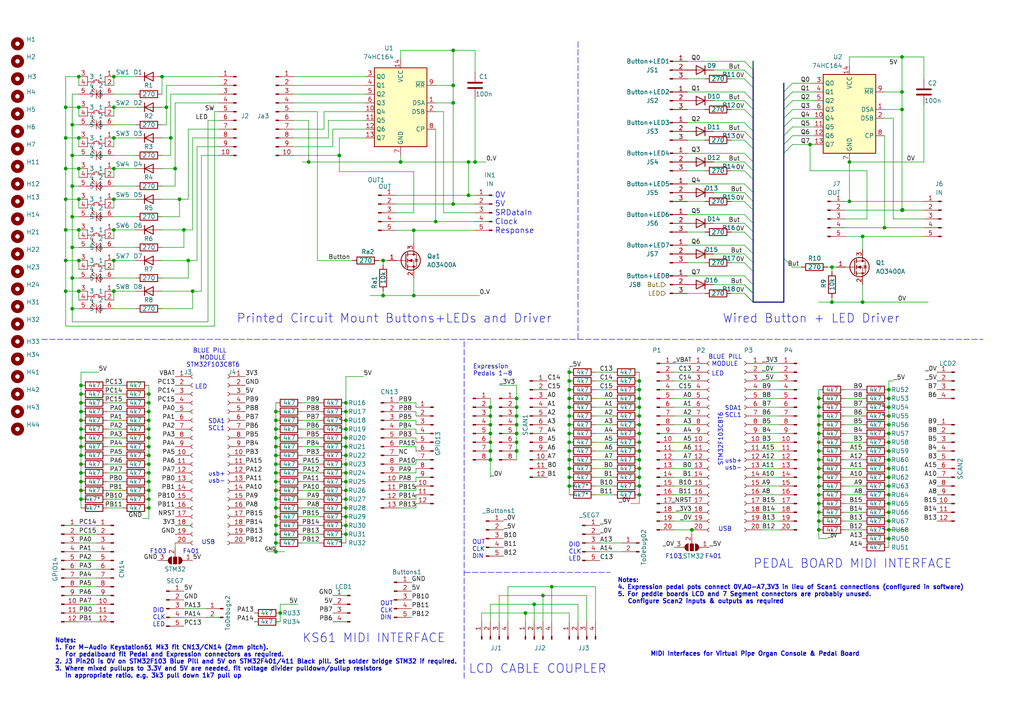
<source format=kicad_sch>
(kicad_sch (version 20211123) (generator eeschema)
  (paper "A4")
  (junction (at 20.955 53.975))
  (junction (at 257.81 125.73))
  (junction (at 20.955 71.755))
  (junction (at 43.18 147.32))
  (junction (at 23.495 114.3))
  (junction (at 33.02 84.455))
  (junction (at 142.24 120.65))
  (junction (at 137.795 46.99))
  (junction (at 23.495 121.92))
  (junction (at 185.42 115.57))
  (junction (at 241.3 87.63))
  (junction (at 80.01 124.46))
  (junction (at 165.1 120.65))
  (junction (at 43.18 116.84))
  (junction (at 22.86 57.785))
  (junction (at 80.01 147.32))
  (junction (at 165.1 125.73))
  (junction (at 48.26 31.115))
  (junction (at 23.495 132.08))
  (junction (at 22.86 48.895))
  (junction (at 149.86 115.57))
  (junction (at 257.81 151.13))
  (junction (at 80.01 134.62))
  (junction (at 100.33 116.84))
  (junction (at 50.8 48.895))
  (junction (at 33.02 48.895))
  (junction (at 261.62 60.96))
  (junction (at 257.81 128.27))
  (junction (at 80.01 154.94))
  (junction (at 152.4 177.8))
  (junction (at 165.1 138.43))
  (junction (at 237.49 148.59))
  (junction (at 185.42 125.73))
  (junction (at 19.05 40.005))
  (junction (at 46.99 22.225))
  (junction (at 165.1 107.95))
  (junction (at 33.02 40.005))
  (junction (at 80.01 127))
  (junction (at 237.49 130.81))
  (junction (at 20.955 62.865))
  (junction (at 53.34 66.675))
  (junction (at 80.01 160.02))
  (junction (at 19.05 75.565))
  (junction (at 165.1 130.81))
  (junction (at 22.86 40.005))
  (junction (at 43.18 144.78))
  (junction (at 165.1 128.27))
  (junction (at 43.18 114.3))
  (junction (at 237.49 140.97))
  (junction (at 111.125 85.725))
  (junction (at 100.33 154.94))
  (junction (at 237.49 115.57))
  (junction (at 185.42 143.51))
  (junction (at 142.24 128.27))
  (junction (at 165.1 115.57))
  (junction (at 23.495 111.76))
  (junction (at 185.42 120.65))
  (junction (at 43.18 132.08))
  (junction (at 80.01 152.4))
  (junction (at 149.86 128.27))
  (junction (at 142.24 133.35))
  (junction (at 22.86 22.225))
  (junction (at 256.54 66.04))
  (junction (at 261.747 60.96))
  (junction (at 165.1 135.89))
  (junction (at 49.53 40.005))
  (junction (at 131.445 29.845))
  (junction (at 43.18 129.54))
  (junction (at 237.49 133.35))
  (junction (at 43.18 134.62))
  (junction (at 22.86 75.565))
  (junction (at 80.01 149.86))
  (junction (at 52.07 57.785))
  (junction (at 246.38 46.99))
  (junction (at 100.33 144.78))
  (junction (at 131.445 24.765))
  (junction (at 20.955 80.645))
  (junction (at 237.49 125.73))
  (junction (at 54.61 75.565))
  (junction (at 100.33 149.86))
  (junction (at 33.02 57.785))
  (junction (at 154.94 175.26))
  (junction (at 237.49 153.67))
  (junction (at 165.1 118.11))
  (junction (at 100.33 139.7))
  (junction (at 165.1 123.19))
  (junction (at 19.05 48.895))
  (junction (at 241.3 77.47))
  (junction (at 257.81 123.19))
  (junction (at 33.02 66.675))
  (junction (at 165.1 110.49))
  (junction (at 135.89 56.642))
  (junction (at 142.24 130.81))
  (junction (at 20.955 45.085))
  (junction (at 98.425 45.085))
  (junction (at 257.81 115.57))
  (junction (at 261.62 16.51))
  (junction (at 237.49 123.19))
  (junction (at 23.495 144.78))
  (junction (at 237.49 146.05))
  (junction (at 185.42 118.11))
  (junction (at 116.205 46.99))
  (junction (at 234.95 41.91))
  (junction (at 126.365 64.262))
  (junction (at 43.18 121.92))
  (junction (at 237.49 138.43))
  (junction (at 100.33 119.38))
  (junction (at 142.24 118.11))
  (junction (at 23.495 134.62))
  (junction (at 237.49 120.65))
  (junction (at 185.42 110.49))
  (junction (at 131.445 59.182))
  (junction (at 23.495 124.46))
  (junction (at 246.38 58.42))
  (junction (at 165.1 113.03))
  (junction (at 111.125 75.565))
  (junction (at 200.66 153.67))
  (junction (at 43.18 119.38))
  (junction (at 257.81 153.67))
  (junction (at 149.86 118.11))
  (junction (at 80.01 121.92))
  (junction (at 100.33 121.92))
  (junction (at 120.015 85.725))
  (junction (at 100.33 137.16))
  (junction (at 120.015 66.802))
  (junction (at 185.42 123.19))
  (junction (at 185.42 135.89))
  (junction (at 257.81 146.05))
  (junction (at 20.955 89.535))
  (junction (at 142.24 125.73))
  (junction (at 257.81 143.51))
  (junction (at 237.49 151.13))
  (junction (at 20.955 36.195))
  (junction (at 100.33 152.4))
  (junction (at 19.05 31.115))
  (junction (at 149.86 120.65))
  (junction (at 89.535 46.99))
  (junction (at 185.42 138.43))
  (junction (at 22.86 84.455))
  (junction (at 55.88 84.455))
  (junction (at 185.42 130.81))
  (junction (at 257.81 120.65))
  (junction (at 19.05 84.455))
  (junction (at 257.81 113.03))
  (junction (at 149.86 123.19))
  (junction (at 80.01 139.7))
  (junction (at 43.18 124.46))
  (junction (at 23.495 129.54))
  (junction (at 81.28 177.8))
  (junction (at 257.81 130.81))
  (junction (at 257.81 140.97))
  (junction (at 23.495 127))
  (junction (at 185.42 128.27))
  (junction (at 23.495 137.16))
  (junction (at 43.18 139.7))
  (junction (at 33.02 22.225))
  (junction (at 250.19 87.63))
  (junction (at 23.495 142.24))
  (junction (at 80.01 142.24))
  (junction (at 257.81 148.59))
  (junction (at 23.495 139.7))
  (junction (at 237.49 118.11))
  (junction (at 237.49 135.89))
  (junction (at 80.01 132.08))
  (junction (at 23.495 119.38))
  (junction (at 250.19 68.58))
  (junction (at 80.01 157.48))
  (junction (at 165.1 133.35))
  (junction (at 237.49 143.51))
  (junction (at 261.747 60.833))
  (junction (at 80.01 119.38))
  (junction (at 80.01 144.78))
  (junction (at 131.445 14.605))
  (junction (at 257.81 135.89))
  (junction (at 142.24 123.19))
  (junction (at 43.18 142.24))
  (junction (at 80.01 137.16))
  (junction (at 33.02 75.565))
  (junction (at 149.86 130.81))
  (junction (at 100.33 147.32))
  (junction (at 257.81 138.43))
  (junction (at 43.18 137.16))
  (junction (at 257.81 156.21))
  (junction (at 33.02 31.115))
  (junction (at 160.02 170.18))
  (junction (at 185.42 140.97))
  (junction (at 149.86 125.73))
  (junction (at 135.89 46.99))
  (junction (at 257.81 118.11))
  (junction (at 165.1 140.97))
  (junction (at 19.05 66.675))
  (junction (at 261.62 31.75))
  (junction (at 100.33 132.08))
  (junction (at 185.42 133.35))
  (junction (at 80.01 129.54))
  (junction (at 19.05 57.785))
  (junction (at 185.42 113.03))
  (junction (at 100.33 124.46))
  (junction (at 43.18 127))
  (junction (at 257.81 133.35))
  (junction (at 237.49 128.27))
  (junction (at 22.86 31.115))
  (junction (at 100.33 129.54))
  (junction (at 100.33 142.24))
  (junction (at 157.48 172.72))
  (junction (at 22.86 66.675))
  (junction (at 100.33 134.62))
  (junction (at 261.62 26.67))
  (junction (at 23.495 116.84))
  (junction (at 100.33 127))
  (bus_entry (at 229.87 24.13) (size -2.54 2.54))
  (bus_entry (at 229.87 39.37) (size -2.54 2.54))
  (bus_entry (at 229.87 36.83) (size -2.54 2.54))
  (bus_entry (at 229.87 29.21) (size -2.54 2.54))
  (bus_entry (at 229.87 26.67) (size -2.54 2.54))
  (bus_entry (at 229.87 31.75) (size -2.54 2.54))
  (bus_entry (at 229.87 34.29) (size -2.54 2.54))
  (bus_entry (at 229.87 41.91) (size -2.54 2.54))
  (bus_entry (at 218.44 38.1) (size -2.54 -2.54))
  (bus_entry (at 218.44 49.53) (size -2.54 -2.54))
  (bus_entry (at 218.44 76.2) (size -2.54 -2.54))
  (bus_entry (at 218.44 73.66) (size -2.54 -2.54))
  (bus_entry (at 218.44 85.09) (size -2.54 -2.54))
  (bus_entry (at 218.44 87.63) (size -2.54 -2.54))
  (bus_entry (at 218.44 55.88) (size -2.54 -2.54))
  (bus_entry (at 218.44 85.09) (size -2.54 -2.54))
  (bus_entry (at 218.44 69.85) (size -2.54 -2.54))
  (bus_entry (at 218.44 64.77) (size -2.54 -2.54))
  (bus_entry (at 218.44 67.31) (size -2.54 -2.54))
  (bus_entry (at 218.44 22.86) (size -2.54 -2.54))
  (bus_entry (at 218.44 25.4) (size -2.54 -2.54))
  (bus_entry (at 218.44 40.64) (size -2.54 -2.54))
  (bus_entry (at 218.44 34.29) (size -2.54 -2.54))
  (bus_entry (at 218.44 58.42) (size -2.54 -2.54))
  (bus_entry (at 218.44 29.21) (size -2.54 -2.54))
  (bus_entry (at 218.44 87.63) (size -2.54 -2.54))
  (bus_entry (at 218.44 46.99) (size -2.54 -2.54))
  (bus_entry (at 218.44 60.96) (size -2.54 -2.54))
  (bus_entry (at 218.44 52.07) (size -2.54 -2.54))
  (bus_entry (at 218.44 78.74) (size -2.54 -2.54))
  (bus_entry (at 218.44 43.18) (size -2.54 -2.54))
  (bus_entry (at 229.87 77.47) (size -2.54 -2.54))
  (bus_entry (at 218.44 20.32) (size -2.54 -2.54))
  (bus_entry (at 218.44 82.55) (size -2.54 -2.54))
  (bus_entry (at 218.44 31.75) (size -2.54 -2.54))
  (wire (pts (xy 49.53 27.305) (xy 63.5 27.305)))
  (wire (pts (xy 237.49 120.65) (xy 237.49 123.19)))
  (wire (pts (xy 204.47 85.09) (xy 199.39 85.09)))
  (wire (pts (xy 137.668 64.262) (xy 126.365 64.262)))
  (wire (pts (xy 85.09 42.545) (xy 96.52 42.545)))
  (wire (pts (xy 87.63 121.92) (xy 92.71 121.92)))
  (wire (pts (xy 35.56 119.38) (xy 31.115 119.38)))
  (wire (pts (xy 85.09 45.085) (xy 98.425 45.085)))
  (wire (pts (xy 185.42 138.43) (xy 185.42 140.97)))
  (wire (pts (xy 22.86 167.64) (xy 27.94 167.64)))
  (wire (pts (xy 43.18 134.62) (xy 43.18 137.16)))
  (wire (pts (xy 177.8 123.19) (xy 172.72 123.19)))
  (wire (pts (xy 23.495 111.76) (xy 23.495 107.95)))
  (wire (pts (xy 137.668 59.182) (xy 131.445 59.182)))
  (wire (pts (xy 142.24 133.35) (xy 142.24 138.43)))
  (wire (pts (xy 19.05 94.615) (xy 62.23 94.615)))
  (wire (pts (xy 220.98 118.11) (xy 226.06 118.11)))
  (bus (pts (xy 218.44 67.31) (xy 218.44 69.85)))
  (wire (pts (xy 160.02 170.18) (xy 160.02 180.34)))
  (wire (pts (xy 98.425 49.784) (xy 120.015 49.784)))
  (wire (pts (xy 215.9 71.12) (xy 199.39 71.12)))
  (wire (pts (xy 149.86 118.11) (xy 149.86 120.65)))
  (wire (pts (xy 218.44 17.78) (xy 218.44 20.32)))
  (wire (pts (xy 46.99 45.085) (xy 49.53 45.085)))
  (wire (pts (xy 22.86 162.56) (xy 27.94 162.56)))
  (wire (pts (xy 35.56 114.3) (xy 31.115 114.3)))
  (wire (pts (xy 33.02 57.785) (xy 33.02 60.325)))
  (bus (pts (xy 227.33 29.21) (xy 227.33 31.75)))
  (wire (pts (xy 22.86 177.8) (xy 27.94 177.8)))
  (wire (pts (xy 195.58 130.81) (xy 200.66 130.81)))
  (wire (pts (xy 19.05 48.895) (xy 22.86 48.895)))
  (wire (pts (xy 236.22 41.91) (xy 234.95 41.91)))
  (wire (pts (xy 120.015 61.722) (xy 114.808 61.722)))
  (wire (pts (xy 19.05 31.115) (xy 19.05 40.005)))
  (wire (pts (xy 20.955 80.645) (xy 22.86 80.645)))
  (wire (pts (xy 185.42 125.73) (xy 185.42 128.27)))
  (wire (pts (xy 22.86 40.005) (xy 22.86 42.545)))
  (wire (pts (xy 245.11 140.97) (xy 250.19 140.97)))
  (wire (pts (xy 195.58 105.41) (xy 200.66 105.41)))
  (wire (pts (xy 120.65 142.24) (xy 120.65 140.97)))
  (wire (pts (xy 165.1 140.97) (xy 165.1 143.51)))
  (wire (pts (xy 33.02 75.565) (xy 39.37 75.565)))
  (wire (pts (xy 33.02 40.005) (xy 33.02 42.545)))
  (bus (pts (xy 218.44 31.75) (xy 218.44 34.29)))
  (wire (pts (xy 237.49 123.19) (xy 237.49 125.73)))
  (wire (pts (xy 62.23 94.615) (xy 62.23 32.385)))
  (wire (pts (xy 115.57 139.7) (xy 120.65 139.7)))
  (wire (pts (xy 142.24 123.19) (xy 142.24 125.73)))
  (wire (pts (xy 46.99 57.785) (xy 52.07 57.785)))
  (wire (pts (xy 177.8 128.27) (xy 172.72 128.27)))
  (polyline (pts (xy 134.62 99.06) (xy 134.62 196.85)))
  (wire (pts (xy 115.57 124.46) (xy 120.65 124.46)))
  (wire (pts (xy 237.49 125.73) (xy 237.49 128.27)))
  (wire (pts (xy 215.9 46.99) (xy 207.01 46.99)))
  (wire (pts (xy 22.86 154.94) (xy 27.94 154.94)))
  (wire (pts (xy 80.01 124.46) (xy 80.01 127)))
  (wire (pts (xy 215.9 85.09) (xy 212.09 85.09)))
  (wire (pts (xy 35.56 127) (xy 31.115 127)))
  (wire (pts (xy 245.11 148.59) (xy 250.19 148.59)))
  (wire (pts (xy 135.89 56.642) (xy 114.808 56.642)))
  (wire (pts (xy 177.8 125.73) (xy 172.72 125.73)))
  (wire (pts (xy 140.97 46.99) (xy 137.795 46.99)))
  (wire (pts (xy 46.99 80.645) (xy 54.61 80.645)))
  (wire (pts (xy 120.65 134.62) (xy 120.65 133.35)))
  (wire (pts (xy 115.57 144.78) (xy 120.65 144.78)))
  (wire (pts (xy 215.9 17.78) (xy 199.39 17.78)))
  (wire (pts (xy 80.01 144.78) (xy 80.01 147.32)))
  (wire (pts (xy 220.98 105.41) (xy 226.06 105.41)))
  (wire (pts (xy 215.9 44.45) (xy 199.39 44.45)))
  (wire (pts (xy 20.955 89.535) (xy 20.955 93.345)))
  (wire (pts (xy 237.49 140.97) (xy 237.49 143.51)))
  (wire (pts (xy 195.58 107.95) (xy 200.66 107.95)))
  (wire (pts (xy 19.05 48.895) (xy 19.05 57.785)))
  (wire (pts (xy 20.955 71.755) (xy 22.86 71.755)))
  (polyline (pts (xy 134.747 166.0144) (xy 177.038 166.0144)))
  (wire (pts (xy 257.81 123.19) (xy 257.81 125.73)))
  (wire (pts (xy 50.8 157.48) (xy 50.8 158.75)))
  (wire (pts (xy 177.8 135.89) (xy 172.72 135.89)))
  (wire (pts (xy 195.58 135.89) (xy 200.66 135.89)))
  (wire (pts (xy 35.56 139.7) (xy 31.115 139.7)))
  (wire (pts (xy 245.11 128.27) (xy 250.19 128.27)))
  (wire (pts (xy 87.63 124.46) (xy 92.71 124.46)))
  (wire (pts (xy 43.18 116.84) (xy 43.18 119.38)))
  (wire (pts (xy 257.81 113.03) (xy 257.81 115.57)))
  (wire (pts (xy 23.495 132.08) (xy 23.495 134.62)))
  (wire (pts (xy 23.495 119.38) (xy 23.495 121.92)))
  (wire (pts (xy 87.63 132.08) (xy 92.71 132.08)))
  (wire (pts (xy 144.78 172.72) (xy 157.48 172.72)))
  (wire (pts (xy 165.1 133.35) (xy 165.1 135.89)))
  (wire (pts (xy 120.015 49.784) (xy 120.015 61.722)))
  (wire (pts (xy 177.8 113.03) (xy 172.72 113.03)))
  (wire (pts (xy 62.23 32.385) (xy 63.5 32.385)))
  (wire (pts (xy 106.045 37.465) (xy 96.52 37.465)))
  (wire (pts (xy 43.18 144.78) (xy 43.18 147.32)))
  (wire (pts (xy 80.01 121.92) (xy 80.01 124.46)))
  (wire (pts (xy 185.42 133.35) (xy 185.42 135.89)))
  (wire (pts (xy 22.86 170.18) (xy 27.94 170.18)))
  (wire (pts (xy 20.955 62.865) (xy 20.955 53.975)))
  (wire (pts (xy 33.02 27.305) (xy 39.37 27.305)))
  (wire (pts (xy 19.05 66.675) (xy 19.05 75.565)))
  (wire (pts (xy 23.495 111.76) (xy 23.495 114.3)))
  (wire (pts (xy 33.02 57.785) (xy 39.37 57.785)))
  (wire (pts (xy 220.98 133.35) (xy 226.06 133.35)))
  (bus (pts (xy 218.44 38.1) (xy 218.44 40.64)))
  (wire (pts (xy 177.8 107.95) (xy 172.72 107.95)))
  (wire (pts (xy 185.42 120.65) (xy 185.42 123.19)))
  (wire (pts (xy 33.02 48.895) (xy 33.02 51.435)))
  (wire (pts (xy 80.01 129.54) (xy 80.01 132.08)))
  (wire (pts (xy 33.02 84.455) (xy 39.37 84.455)))
  (wire (pts (xy 100.33 152.4) (xy 100.33 154.94)))
  (wire (pts (xy 154.94 175.26) (xy 167.64 175.26)))
  (wire (pts (xy 22.86 160.02) (xy 27.94 160.02)))
  (wire (pts (xy 85.09 32.385) (xy 92.075 32.385)))
  (wire (pts (xy 204.47 58.42) (xy 199.39 58.42)))
  (wire (pts (xy 215.9 80.01) (xy 199.39 80.01)))
  (wire (pts (xy 149.86 123.19) (xy 149.86 125.73)))
  (wire (pts (xy 259.08 110.49) (xy 257.81 110.49)))
  (wire (pts (xy 20.955 93.345) (xy 60.325 93.345)))
  (wire (pts (xy 220.98 138.43) (xy 226.06 138.43)))
  (wire (pts (xy 215.9 20.32) (xy 207.01 20.32)))
  (wire (pts (xy 100.33 109.22) (xy 105.41 109.22)))
  (wire (pts (xy 100.33 129.54) (xy 100.33 132.08)))
  (wire (pts (xy 43.18 114.3) (xy 43.18 116.84)))
  (wire (pts (xy 237.49 151.13) (xy 237.49 153.67)))
  (wire (pts (xy 120.015 80.645) (xy 120.015 85.725)))
  (polyline (pts (xy 12.065 98.425) (xy 285.115 98.425)))
  (wire (pts (xy 245.11 146.05) (xy 250.19 146.05)))
  (wire (pts (xy 95.25 40.005) (xy 95.25 34.925)))
  (wire (pts (xy 35.56 124.46) (xy 31.115 124.46)))
  (wire (pts (xy 120.65 137.16) (xy 120.65 135.89)))
  (wire (pts (xy 241.3 87.63) (xy 237.49 87.63)))
  (wire (pts (xy 80.01 132.08) (xy 80.01 134.62)))
  (wire (pts (xy 137.795 20.955) (xy 137.795 14.605)))
  (wire (pts (xy 100.33 144.78) (xy 100.33 147.32)))
  (wire (pts (xy 55.88 66.675) (xy 55.88 40.005)))
  (wire (pts (xy 98.425 45.085) (xy 98.425 49.784)))
  (wire (pts (xy 23.495 137.16) (xy 23.495 139.7)))
  (wire (pts (xy 53.34 179.07) (xy 59.69 179.07)))
  (wire (pts (xy 215.9 40.64) (xy 212.09 40.64)))
  (wire (pts (xy 46.99 22.225) (xy 63.5 22.225)))
  (wire (pts (xy 245.11 125.73) (xy 250.19 125.73)))
  (wire (pts (xy 165.1 118.11) (xy 165.1 120.65)))
  (wire (pts (xy 149.86 130.81) (xy 149.86 133.35)))
  (wire (pts (xy 35.56 111.76) (xy 31.115 111.76)))
  (wire (pts (xy 220.98 123.19) (xy 226.06 123.19)))
  (wire (pts (xy 267.97 58.42) (xy 246.38 58.42)))
  (wire (pts (xy 100.33 121.92) (xy 100.33 124.46)))
  (wire (pts (xy 106.045 29.845) (xy 85.09 29.845)))
  (wire (pts (xy 23.495 127) (xy 23.495 129.54)))
  (wire (pts (xy 237.49 156.21) (xy 240.03 156.21)))
  (wire (pts (xy 87.63 134.62) (xy 92.71 134.62)))
  (wire (pts (xy 131.445 24.765) (xy 131.445 14.605)))
  (wire (pts (xy 120.015 66.802) (xy 114.808 66.802)))
  (wire (pts (xy 19.05 40.005) (xy 19.05 48.895)))
  (wire (pts (xy 165.1 120.65) (xy 165.1 123.19)))
  (wire (pts (xy 33.02 62.865) (xy 39.37 62.865)))
  (bus (pts (xy 218.44 64.77) (xy 218.44 67.31)))
  (bus (pts (xy 218.44 46.99) (xy 218.44 49.53)))
  (wire (pts (xy 52.07 62.865) (xy 46.99 62.865)))
  (bus (pts (xy 227.33 39.37) (xy 227.33 41.91)))
  (wire (pts (xy 87.63 149.86) (xy 92.71 149.86)))
  (wire (pts (xy 245.11 133.35) (xy 250.19 133.35)))
  (wire (pts (xy 257.81 148.59) (xy 257.81 151.13)))
  (wire (pts (xy 237.49 148.59) (xy 237.49 151.13)))
  (wire (pts (xy 50.8 29.845) (xy 50.8 48.895)))
  (wire (pts (xy 80.01 119.38) (xy 80.01 121.92)))
  (bus (pts (xy 218.44 82.55) (xy 218.44 85.09)))
  (wire (pts (xy 245.11 118.11) (xy 250.19 118.11)))
  (wire (pts (xy 157.48 172.72) (xy 157.48 180.34)))
  (wire (pts (xy 46.99 48.895) (xy 50.8 48.895)))
  (wire (pts (xy 87.63 144.78) (xy 92.71 144.78)))
  (wire (pts (xy 267.97 22.86) (xy 267.97 16.51)))
  (wire (pts (xy 116.205 17.145) (xy 116.205 14.605)))
  (bus (pts (xy 218.44 40.64) (xy 218.44 43.18)))
  (wire (pts (xy 100.33 139.7) (xy 100.33 142.24)))
  (wire (pts (xy 195.58 120.65) (xy 200.66 120.65)))
  (wire (pts (xy 220.98 143.51) (xy 226.06 143.51)))
  (wire (pts (xy 43.18 132.08) (xy 43.18 134.62)))
  (wire (pts (xy 53.34 66.675) (xy 55.88 66.675)))
  (wire (pts (xy 177.8 143.51) (xy 172.72 143.51)))
  (wire (pts (xy 120.65 124.46) (xy 120.65 125.73)))
  (wire (pts (xy 185.42 146.05) (xy 182.88 146.05)))
  (wire (pts (xy 115.57 129.54) (xy 120.65 129.54)))
  (wire (pts (xy 204.47 67.31) (xy 199.39 67.31)))
  (wire (pts (xy 215.9 31.75) (xy 212.09 31.75)))
  (wire (pts (xy 100.33 116.84) (xy 100.33 119.38)))
  (wire (pts (xy 261.747 60.96) (xy 261.747 60.833)))
  (wire (pts (xy 185.42 107.95) (xy 185.42 110.49)))
  (wire (pts (xy 220.98 113.03) (xy 226.06 113.03)))
  (wire (pts (xy 177.8 130.81) (xy 172.72 130.81)))
  (wire (pts (xy 131.445 59.182) (xy 114.808 59.182)))
  (wire (pts (xy 215.9 29.21) (xy 207.01 29.21)))
  (wire (pts (xy 115.57 142.24) (xy 120.65 142.24)))
  (bus (pts (xy 218.44 43.18) (xy 218.44 46.99)))
  (wire (pts (xy 81.28 175.26) (xy 81.28 177.8)))
  (wire (pts (xy 20.955 53.975) (xy 20.955 45.085)))
  (wire (pts (xy 33.02 36.195) (xy 39.37 36.195)))
  (wire (pts (xy 131.445 29.845) (xy 131.445 59.182)))
  (wire (pts (xy 115.57 116.84) (xy 120.65 116.84)))
  (wire (pts (xy 100.33 119.38) (xy 100.33 121.92)))
  (wire (pts (xy 20.955 89.535) (xy 20.955 80.645)))
  (wire (pts (xy 165.1 110.49) (xy 165.1 113.03)))
  (wire (pts (xy 126.365 32.385) (xy 128.651 32.385)))
  (wire (pts (xy 267.97 60.96) (xy 261.747 60.96)))
  (bus (pts (xy 227.33 26.67) (xy 227.33 29.21)))
  (wire (pts (xy 215.9 38.1) (xy 207.01 38.1)))
  (wire (pts (xy 81.28 177.8) (xy 81.28 180.34)))
  (wire (pts (xy 236.22 39.37) (xy 229.87 39.37)))
  (wire (pts (xy 242.57 77.47) (xy 241.3 77.47)))
  (wire (pts (xy 204.47 49.53) (xy 199.39 49.53)))
  (wire (pts (xy 241.3 77.47) (xy 241.3 78.74)))
  (wire (pts (xy 267.97 46.99) (xy 267.97 30.48)))
  (wire (pts (xy 100.33 142.24) (xy 100.33 144.78)))
  (wire (pts (xy 215.9 26.67) (xy 199.39 26.67)))
  (wire (pts (xy 220.98 135.89) (xy 226.06 135.89)))
  (wire (pts (xy 195.58 123.19) (xy 200.66 123.19)))
  (wire (pts (xy 23.495 124.46) (xy 23.495 127)))
  (wire (pts (xy 236.22 34.29) (xy 229.87 34.29)))
  (wire (pts (xy 137.795 28.575) (xy 137.795 46.99)))
  (bus (pts (xy 218.44 85.09) (xy 218.44 87.63)))
  (wire (pts (xy 77.47 160.02) (xy 80.01 160.02)))
  (bus (pts (xy 218.44 58.42) (xy 218.44 60.96)))
  (wire (pts (xy 22.86 31.115) (xy 19.05 31.115)))
  (wire (pts (xy 33.02 31.115) (xy 39.37 31.115)))
  (wire (pts (xy 33.02 84.455) (xy 33.02 86.995)))
  (wire (pts (xy 23.495 139.7) (xy 23.495 142.24)))
  (wire (pts (xy 35.56 147.32) (xy 31.115 147.32)))
  (wire (pts (xy 19.05 22.225) (xy 19.05 31.115)))
  (wire (pts (xy 19.05 75.565) (xy 22.86 75.565)))
  (wire (pts (xy 100.33 127) (xy 100.33 129.54)))
  (wire (pts (xy 33.02 31.115) (xy 33.02 33.655)))
  (wire (pts (xy 35.56 142.24) (xy 31.115 142.24)))
  (wire (pts (xy 80.01 139.7) (xy 80.01 142.24)))
  (wire (pts (xy 87.63 147.32) (xy 92.71 147.32)))
  (wire (pts (xy 57.15 75.565) (xy 57.15 42.545)))
  (wire (pts (xy 131.445 24.765) (xy 126.365 24.765)))
  (wire (pts (xy 257.81 153.67) (xy 257.81 156.21)))
  (wire (pts (xy 195.58 140.97) (xy 200.66 140.97)))
  (bus (pts (xy 218.44 60.96) (xy 218.44 64.77)))
  (wire (pts (xy 111.125 84.455) (xy 111.125 85.725)))
  (wire (pts (xy 100.33 132.08) (xy 100.33 134.62)))
  (wire (pts (xy 22.86 75.565) (xy 22.86 78.105)))
  (wire (pts (xy 261.62 31.75) (xy 261.62 26.67)))
  (wire (pts (xy 87.63 139.7) (xy 92.71 139.7)))
  (wire (pts (xy 120.65 121.92) (xy 120.65 123.19)))
  (wire (pts (xy 215.9 64.77) (xy 207.01 64.77)))
  (wire (pts (xy 87.63 119.38) (xy 92.71 119.38)))
  (wire (pts (xy 100.33 137.16) (xy 100.33 139.7)))
  (wire (pts (xy 23.495 144.78) (xy 23.495 147.32)))
  (wire (pts (xy 43.18 142.24) (xy 43.18 144.78)))
  (wire (pts (xy 220.98 110.49) (xy 226.06 110.49)))
  (wire (pts (xy 220.98 153.67) (xy 226.06 153.67)))
  (wire (pts (xy 246.38 46.99) (xy 246.38 58.42)))
  (wire (pts (xy 80.01 116.84) (xy 80.01 119.38)))
  (wire (pts (xy 106.045 22.225) (xy 85.09 22.225)))
  (bus (pts (xy 218.44 69.85) (xy 218.44 73.66)))
  (wire (pts (xy 237.49 115.57) (xy 237.49 118.11)))
  (wire (pts (xy 22.86 152.4) (xy 27.94 152.4)))
  (wire (pts (xy 195.58 153.67) (xy 200.66 153.67)))
  (wire (pts (xy 261.62 16.51) (xy 246.38 16.51)))
  (wire (pts (xy 245.11 151.13) (xy 250.19 151.13)))
  (wire (pts (xy 35.56 116.84) (xy 31.115 116.84)))
  (wire (pts (xy 261.62 31.75) (xy 256.54 31.75)))
  (wire (pts (xy 137.668 56.642) (xy 135.89 56.642)))
  (wire (pts (xy 251.46 63.5) (xy 245.11 63.5)))
  (wire (pts (xy 142.24 115.57) (xy 142.24 118.11)))
  (wire (pts (xy 144.78 180.34) (xy 144.78 172.72)))
  (wire (pts (xy 106.045 32.385) (xy 93.98 32.385)))
  (wire (pts (xy 102.235 75.565) (xy 92.075 75.565)))
  (wire (pts (xy 245.11 135.89) (xy 250.19 135.89)))
  (polyline (pts (xy 167.64 12.065) (xy 167.64 98.425)))
  (wire (pts (xy 46.99 66.675) (xy 53.34 66.675)))
  (wire (pts (xy 185.42 130.81) (xy 185.42 133.35)))
  (bus (pts (xy 227.33 74.93) (xy 227.33 87.63)))
  (wire (pts (xy 96.52 42.545) (xy 96.52 37.465)))
  (wire (pts (xy 139.7 180.34) (xy 139.7 177.8)))
  (wire (pts (xy 35.56 132.08) (xy 31.115 132.08)))
  (wire (pts (xy 237.49 118.11) (xy 237.49 120.65)))
  (wire (pts (xy 20.955 80.645) (xy 20.955 71.755)))
  (bus (pts (xy 218.44 49.53) (xy 218.44 52.07)))
  (wire (pts (xy 195.58 128.27) (xy 200.66 128.27)))
  (wire (pts (xy 46.99 36.195) (xy 48.26 36.195)))
  (wire (pts (xy 43.18 111.76) (xy 43.18 114.3)))
  (wire (pts (xy 35.56 137.16) (xy 31.115 137.16)))
  (wire (pts (xy 22.86 66.675) (xy 22.86 69.215)))
  (wire (pts (xy 20.955 62.865) (xy 22.86 62.865)))
  (wire (pts (xy 185.42 135.89) (xy 185.42 138.43)))
  (wire (pts (xy 87.63 137.16) (xy 92.71 137.16)))
  (wire (pts (xy 23.495 114.3) (xy 23.495 116.84)))
  (wire (pts (xy 220.98 115.57) (xy 226.06 115.57)))
  (wire (pts (xy 185.42 140.97) (xy 185.42 143.51)))
  (wire (pts (xy 177.8 118.11) (xy 172.72 118.11)))
  (wire (pts (xy 100.33 147.32) (xy 100.33 149.86)))
  (wire (pts (xy 185.42 115.57) (xy 185.42 118.11)))
  (wire (pts (xy 43.18 139.7) (xy 43.18 142.24)))
  (wire (pts (xy 220.98 148.59) (xy 226.06 148.59)))
  (wire (pts (xy 204.47 31.75) (xy 199.39 31.75)))
  (wire (pts (xy 177.8 120.65) (xy 172.72 120.65)))
  (bus (pts (xy 227.33 36.83) (xy 227.33 39.37)))
  (wire (pts (xy 257.81 110.49) (xy 257.81 113.03)))
  (wire (pts (xy 165.1 130.81) (xy 165.1 133.35)))
  (wire (pts (xy 48.26 31.115) (xy 48.26 36.195)))
  (wire (pts (xy 112.395 75.565) (xy 111.125 75.565)))
  (wire (pts (xy 185.42 110.49) (xy 185.42 113.03)))
  (wire (pts (xy 35.56 129.54) (xy 31.115 129.54)))
  (wire (pts (xy 115.57 119.38) (xy 120.65 119.38)))
  (wire (pts (xy 115.57 121.92) (xy 120.65 121.92)))
  (wire (pts (xy 215.9 55.88) (xy 207.01 55.88)))
  (wire (pts (xy 241.3 86.36) (xy 241.3 87.63)))
  (wire (pts (xy 22.86 48.895) (xy 22.86 51.435)))
  (wire (pts (xy 115.57 147.32) (xy 120.65 147.32)))
  (wire (pts (xy 195.58 151.13) (xy 200.66 151.13)))
  (wire (pts (xy 131.445 29.845) (xy 126.365 29.845)))
  (wire (pts (xy 246.38 19.05) (xy 246.38 16.51)))
  (wire (pts (xy 33.02 22.225) (xy 33.02 24.765)))
  (wire (pts (xy 98.425 45.085) (xy 98.425 40.005)))
  (wire (pts (xy 135.89 46.99) (xy 116.205 46.99)))
  (bus (pts (xy 218.44 29.21) (xy 218.44 31.75)))
  (bus (pts (xy 218.44 25.4) (xy 218.44 29.21)))
  (wire (pts (xy 23.495 134.62) (xy 23.495 137.16)))
  (wire (pts (xy 234.95 41.91) (xy 229.87 41.91)))
  (wire (pts (xy 259.08 63.5) (xy 267.97 63.5)))
  (wire (pts (xy 245.11 120.65) (xy 250.19 120.65)))
  (wire (pts (xy 237.49 153.67) (xy 237.49 156.21)))
  (wire (pts (xy 80.01 152.4) (xy 80.01 154.94)))
  (wire (pts (xy 149.86 115.57) (xy 149.86 111.76)))
  (wire (pts (xy 195.58 110.49) (xy 200.66 110.49)))
  (wire (pts (xy 53.34 176.53) (xy 59.69 176.53)))
  (wire (pts (xy 80.01 147.32) (xy 80.01 149.86)))
  (wire (pts (xy 100.33 109.22) (xy 100.33 116.84)))
  (wire (pts (xy 195.58 143.51) (xy 200.66 143.51)))
  (wire (pts (xy 142.24 128.27) (xy 142.24 130.81)))
  (wire (pts (xy 165.1 177.8) (xy 165.1 180.34)))
  (wire (pts (xy 215.9 22.86) (xy 212.09 22.86)))
  (wire (pts (xy 22.86 22.225) (xy 19.05 22.225)))
  (wire (pts (xy 87.63 129.54) (xy 92.71 129.54)))
  (wire (pts (xy 20.955 27.305) (xy 22.86 27.305)))
  (wire (pts (xy 195.58 133.35) (xy 200.66 133.35)))
  (wire (pts (xy 111.125 75.565) (xy 109.855 75.565)))
  (wire (pts (xy 20.955 36.195) (xy 22.86 36.195)))
  (wire (pts (xy 165.1 138.43) (xy 165.1 140.97)))
  (wire (pts (xy 185.42 143.51) (xy 185.42 146.05)))
  (wire (pts (xy 43.18 119.38) (xy 43.18 121.92)))
  (wire (pts (xy 80.01 134.62) (xy 80.01 137.16)))
  (wire (pts (xy 170.18 172.72) (xy 170.18 180.34)))
  (bus (pts (xy 218.44 76.2) (xy 218.44 78.74)))
  (wire (pts (xy 185.42 123.19) (xy 185.42 125.73)))
  (wire (pts (xy 100.33 134.62) (xy 100.33 137.16)))
  (wire (pts (xy 259.08 34.29) (xy 256.54 34.29)))
  (wire (pts (xy 237.49 113.03) (xy 237.49 115.57)))
  (wire (pts (xy 33.02 53.975) (xy 39.37 53.975)))
  (wire (pts (xy 147.32 170.18) (xy 160.02 170.18)))
  (wire (pts (xy 149.86 125.73) (xy 149.86 128.27)))
  (wire (pts (xy 256.54 66.04) (xy 245.11 66.04)))
  (wire (pts (xy 48.26 24.765) (xy 48.26 31.115)))
  (wire (pts (xy 120.65 129.54) (xy 120.65 130.81)))
  (wire (pts (xy 220.98 140.97) (xy 226.06 140.97)))
  (wire (pts (xy 142.24 130.81) (xy 142.24 133.35)))
  (wire (pts (xy 204.47 22.86) (xy 199.39 22.86)))
  (wire (pts (xy 137.668 61.722) (xy 128.651 61.722)))
  (wire (pts (xy 236.22 24.13) (xy 229.87 24.13)))
  (wire (pts (xy 257.81 140.97) (xy 257.81 143.51)))
  (wire (pts (xy 261.62 26.67) (xy 256.54 26.67)))
  (bus (pts (xy 227.33 74.93) (xy 227.33 44.45)))
  (wire (pts (xy 100.33 124.46) (xy 100.33 127)))
  (wire (pts (xy 139.065 85.725) (xy 120.015 85.725)))
  (wire (pts (xy 154.94 175.26) (xy 154.94 180.34)))
  (wire (pts (xy 215.9 35.56) (xy 199.39 35.56)))
  (wire (pts (xy 33.02 89.535) (xy 39.37 89.535)))
  (wire (pts (xy 33.02 48.895) (xy 39.37 48.895)))
  (wire (pts (xy 261.62 31.75) (xy 261.62 60.96)))
  (wire (pts (xy 142.24 180.34) (xy 142.24 175.26)))
  (wire (pts (xy 250.19 68.58) (xy 245.11 68.58)))
  (wire (pts (xy 92.075 32.385) (xy 92.075 75.565)))
  (bus (pts (xy 227.33 31.75) (xy 227.33 34.29)))
  (wire (pts (xy 257.81 115.57) (xy 257.81 118.11)))
  (wire (pts (xy 52.07 57.785) (xy 54.61 57.785)))
  (wire (pts (xy 22.86 22.225) (xy 22.86 24.765)))
  (wire (pts (xy 185.42 128.27) (xy 185.42 130.81)))
  (wire (pts (xy 116.205 46.99) (xy 89.535 46.99)))
  (wire (pts (xy 106.045 27.305) (xy 85.09 27.305)))
  (wire (pts (xy 165.1 123.19) (xy 165.1 125.73)))
  (wire (pts (xy 257.81 135.89) (xy 257.81 138.43)))
  (wire (pts (xy 63.5 45.085) (xy 58.42 45.085)))
  (wire (pts (xy 115.57 134.62) (xy 120.65 134.62)))
  (wire (pts (xy 63.5 42.545) (xy 57.15 42.545)))
  (wire (pts (xy 23.495 121.92) (xy 23.495 124.46)))
  (bus (pts (xy 218.44 55.88) (xy 218.44 58.42)))
  (wire (pts (xy 120.65 119.38) (xy 120.65 120.65)))
  (wire (pts (xy 46.99 75.565) (xy 54.61 75.565)))
  (wire (pts (xy 106.045 34.925) (xy 95.25 34.925)))
  (wire (pts (xy 165.1 107.95) (xy 165.1 110.49)))
  (wire (pts (xy 256.54 39.37) (xy 256.54 66.04)))
  (wire (pts (xy 23.495 142.24) (xy 23.495 144.78)))
  (wire (pts (xy 55.88 84.455) (xy 55.88 89.535)))
  (wire (pts (xy 215.9 58.42) (xy 212.09 58.42)))
  (wire (pts (xy 53.34 66.675) (xy 53.34 71.755)))
  (wire (pts (xy 35.56 121.92) (xy 31.115 121.92)))
  (wire (pts (xy 60.325 93.345) (xy 60.325 34.925)))
  (wire (pts (xy 46.99 84.455) (xy 55.88 84.455)))
  (wire (pts (xy 257.81 118.11) (xy 257.81 120.65)))
  (wire (pts (xy 165.1 113.03) (xy 165.1 115.57)))
  (wire (pts (xy 58.42 45.085) (xy 58.42 84.455)))
  (wire (pts (xy 46.99 40.005) (xy 49.53 40.005)))
  (wire (pts (xy 20.955 89.535) (xy 22.86 89.535)))
  (wire (pts (xy 19.05 84.455) (xy 22.86 84.455)))
  (wire (pts (xy 19.05 57.785) (xy 22.86 57.785)))
  (wire (pts (xy 220.98 107.95) (xy 226.06 107.95)))
  (wire (pts (xy 246.38 58.42) (xy 245.11 58.42)))
  (wire (pts (xy 46.99 31.115) (xy 48.26 31.115)))
  (wire (pts (xy 173.99 157.48) (xy 180.34 157.48)))
  (wire (pts (xy 147.32 180.34) (xy 147.32 170.18)))
  (wire (pts (xy 257.81 125.73) (xy 257.81 128.27)))
  (wire (pts (xy 80.01 157.48) (xy 80.01 160.02)))
  (wire (pts (xy 245.11 123.19) (xy 250.19 123.19)))
  (wire (pts (xy 20.955 36.195) (xy 20.955 27.305)))
  (wire (pts (xy 236.22 29.21) (xy 229.87 29.21)))
  (wire (pts (xy 149.86 115.57) (xy 149.86 118.11)))
  (wire (pts (xy 43.18 121.92) (xy 43.18 124.46)))
  (wire (pts (xy 23.495 129.54) (xy 23.495 132.08)))
  (wire (pts (xy 20.955 45.085) (xy 22.86 45.085)))
  (wire (pts (xy 87.63 116.84) (xy 92.71 116.84)))
  (wire (pts (xy 137.668 66.802) (xy 120.015 66.802)))
  (wire (pts (xy 245.11 143.51) (xy 250.19 143.51)))
  (wire (pts (xy 267.97 68.58) (xy 250.19 68.58)))
  (wire (pts (xy 257.81 146.05) (xy 257.81 148.59)))
  (wire (pts (xy 80.01 160.02) (xy 82.55 160.02)))
  (wire (pts (xy 50.8 48.895) (xy 50.8 53.975)))
  (wire (pts (xy 245.11 130.81) (xy 250.19 130.81)))
  (wire (pts (xy 257.81 138.43) (xy 257.81 140.97)))
  (wire (pts (xy 267.97 16.51) (xy 261.62 16.51)))
  (wire (pts (xy 60.325 34.925) (xy 63.5 34.925)))
  (wire (pts (xy 22.86 165.1) (xy 27.94 165.1)))
  (wire (pts (xy 23.495 31.115) (xy 22.86 31.115)))
  (wire (pts (xy 33.02 22.225) (xy 39.37 22.225)))
  (wire (pts (xy 259.08 34.29) (xy 259.08 63.5)))
  (wire (pts (xy 220.98 146.05) (xy 226.06 146.05)))
  (wire (pts (xy 262.89 153.67) (xy 257.81 153.67)))
  (bus (pts (xy 227.33 34.29) (xy 227.33 36.83)))
  (wire (pts (xy 261.747 60.96) (xy 261.62 60.96)))
  (wire (pts (xy 142.24 175.26) (xy 154.94 175.26)))
  (wire (pts (xy 195.58 125.73) (xy 200.66 125.73)))
  (wire (pts (xy 234.95 49.53) (xy 251.46 49.53)))
  (wire (pts (xy 215.9 53.34) (xy 199.39 53.34)))
  (wire (pts (xy 195.58 148.59) (xy 200.66 148.59)))
  (wire (pts (xy 257.81 151.13) (xy 257.81 153.67)))
  (wire (pts (xy 100.33 149.86) (xy 100.33 152.4)))
  (bus (pts (xy 218.44 78.74) (xy 218.44 82.55)))
  (wire (pts (xy 135.89 46.99) (xy 135.89 56.642)))
  (wire (pts (xy 195.58 118.11) (xy 200.66 118.11)))
  (wire (pts (xy 35.56 144.78) (xy 31.115 144.78)))
  (wire (pts (xy 48.26 24.765) (xy 63.5 24.765)))
  (wire (pts (xy 120.65 147.32) (xy 120.65 146.05)))
  (wire (pts (xy 22.86 172.72) (xy 27.94 172.72)))
  (wire (pts (xy 237.49 133.35) (xy 237.49 135.89)))
  (wire (pts (xy 54.61 80.645) (xy 54.61 75.565)))
  (wire (pts (xy 120.015 66.802) (xy 120.015 70.485)))
  (wire (pts (xy 120.65 139.7) (xy 120.65 138.43)))
  (wire (pts (xy 87.63 127) (xy 92.71 127)))
  (wire (pts (xy 215.9 76.2) (xy 212.09 76.2)))
  (wire (pts (xy 269.24 87.63) (xy 250.19 87.63)))
  (wire (pts (xy 87.63 154.94) (xy 92.71 154.94)))
  (wire (pts (xy 144.78 111.76) (xy 149.86 111.76)))
  (wire (pts (xy 52.07 57.785) (xy 52.07 62.865)))
  (wire (pts (xy 49.53 27.305) (xy 49.53 40.005)))
  (bus (pts (xy 218.44 52.07) (xy 218.44 55.88)))
  (wire (pts (xy 220.98 120.65) (xy 226.06 120.65)))
  (wire (pts (xy 22.86 57.785) (xy 22.86 60.325)))
  (wire (pts (xy 33.02 71.755) (xy 39.37 71.755)))
  (wire (pts (xy 215.9 67.31) (xy 212.09 67.31)))
  (wire (pts (xy 85.09 40.005) (xy 95.25 40.005)))
  (wire (pts (xy 19.05 75.565) (xy 19.05 84.455)))
  (wire (pts (xy 111.125 75.565) (xy 111.125 76.835)))
  (wire (pts (xy 80.01 154.94) (xy 80.01 157.48)))
  (bus (pts (xy 218.44 34.29) (xy 218.44 38.1)))
  (wire (pts (xy 157.48 172.72) (xy 170.18 172.72)))
  (wire (pts (xy 142.24 125.73) (xy 142.24 128.27)))
  (wire (pts (xy 165.1 125.73) (xy 165.1 128.27)))
  (wire (pts (xy 237.49 146.05) (xy 237.49 148.59)))
  (wire (pts (xy 220.98 151.13) (xy 226.06 151.13)))
  (wire (pts (xy 55.88 40.005) (xy 63.5 40.005)))
  (wire (pts (xy 200.66 153.67) (xy 200.66 154.94)))
  (wire (pts (xy 195.58 146.05) (xy 200.66 146.05)))
  (wire (pts (xy 46.99 53.975) (xy 50.8 53.975)))
  (wire (pts (xy 152.4 177.8) (xy 152.4 180.34)))
  (wire (pts (xy 257.81 120.65) (xy 257.81 123.19)))
  (wire (pts (xy 204.47 40.64) (xy 199.39 40.64)))
  (wire (pts (xy 85.09 37.465) (xy 93.98 37.465)))
  (wire (pts (xy 237.49 138.43) (xy 237.49 140.97)))
  (wire (pts (xy 33.02 66.675) (xy 39.37 66.675)))
  (wire (pts (xy 126.365 37.465) (xy 126.365 64.262)))
  (wire (pts (xy 22.86 84.455) (xy 22.86 86.995)))
  (wire (pts (xy 220.98 128.27) (xy 226.06 128.27)))
  (wire (pts (xy 43.18 129.54) (xy 43.18 132.08)))
  (wire (pts (xy 234.95 41.91) (xy 234.95 49.53)))
  (wire (pts (xy 165.1 135.89) (xy 165.1 138.43)))
  (wire (pts (xy 115.57 137.16) (xy 120.65 137.16)))
  (wire (pts (xy 23.495 107.95) (xy 28.575 107.95)))
  (wire (pts (xy 173.99 160.02) (xy 180.34 160.02)))
  (wire (pts (xy 49.53 40.005) (xy 49.53 45.085)))
  (bus (pts (xy 218.44 20.32) (xy 218.44 22.86)))
  (wire (pts (xy 237.49 143.51) (xy 237.49 146.05)))
  (wire (pts (xy 142.24 120.65) (xy 142.24 123.19)))
  (wire (pts (xy 215.9 62.23) (xy 199.39 62.23)))
  (wire (pts (xy 87.63 142.24) (xy 92.71 142.24)))
  (wire (pts (xy 120.015 85.725) (xy 111.125 85.725)))
  (wire (pts (xy 20.955 53.975) (xy 22.86 53.975)))
  (wire (pts (xy 33.02 40.005) (xy 39.37 40.005)))
  (wire (pts (xy 246.38 46.99) (xy 267.97 46.99)))
  (wire (pts (xy 120.65 116.84) (xy 120.65 118.11)))
  (wire (pts (xy 120.65 144.78) (xy 120.65 143.51)))
  (wire (pts (xy 115.57 127) (xy 120.65 127)))
  (wire (pts (xy 93.98 37.465) (xy 93.98 32.385)))
  (wire (pts (xy 100.33 154.94) (xy 100.33 157.48)))
  (bus (pts (xy 218.44 22.86) (xy 218.44 25.4)))
  (wire (pts (xy 160.02 170.18) (xy 172.72 170.18)))
  (wire (pts (xy 241.3 77.47) (xy 240.03 77.47)))
  (wire (pts (xy 257.81 143.51) (xy 257.81 146.05)))
  (wire (pts (xy 131.445 14.605) (xy 116.205 14.605)))
  (wire (pts (xy 167.64 175.26) (xy 167.64 180.34)))
  (wire (pts (xy 89.535 46.99) (xy 87.63 46.99)))
  (wire (pts (xy 33.02 66.675) (xy 33.02 69.215)))
  (wire (pts (xy 54.61 75.565) (xy 57.15 75.565)))
  (wire (pts (xy 126.365 64.262) (xy 114.808 64.262)))
  (wire (pts (xy 177.8 138.43) (xy 172.72 138.43)))
  (wire (pts (xy 54.61 57.785) (xy 54.61 37.465)))
  (wire (pts (xy 236.22 31.75) (xy 229.87 31.75)))
  (wire (pts (xy 46.99 22.225) (xy 46.99 27.305)))
  (wire (pts (xy 106.045 40.005) (xy 98.425 40.005)))
  (wire (pts (xy 87.63 157.48) (xy 92.71 157.48)))
  (bus (pts (xy 218.44 87.63) (xy 227.33 87.63)))
  (wire (pts (xy 250.19 82.55) (xy 250.19 87.63)))
  (wire (pts (xy 185.42 113.03) (xy 185.42 115.57)))
  (wire (pts (xy 267.97 66.04) (xy 256.54 66.04)))
  (wire (pts (xy 120.65 127) (xy 120.65 128.27)))
  (wire (pts (xy 19.05 66.675) (xy 22.86 66.675)))
  (wire (pts (xy 46.99 71.755) (xy 53.34 71.755)))
  (wire (pts (xy 149.86 128.27) (xy 149.86 130.81)))
  (wire (pts (xy 177.8 140.97) (xy 172.72 140.97)))
  (wire (pts (xy 236.22 36.83) (xy 229.87 36.83)))
  (wire (pts (xy 20.955 45.085) (xy 20.955 36.195)))
  (wire (pts (xy 195.58 138.43) (xy 200.66 138.43)))
  (wire (pts (xy 165.1 106.68) (xy 165.1 107.95)))
  (wire (pts (xy 152.4 177.8) (xy 165.1 177.8)))
  (wire (pts (xy 257.81 156.21) (xy 257.81 158.75)))
  (wire (pts (xy 43.18 137.16) (xy 43.18 139.7)))
  (wire (pts (xy 80.01 137.16) (xy 80.01 139.7)))
  (wire (pts (xy 172.72 170.18) (xy 172.72 180.34)))
  (wire (pts (xy 237.49 130.81) (xy 237.49 133.35)))
  (bus (pts (xy 227.33 24.13) (xy 227.33 26.67)))
  (wire (pts (xy 131.445 29.845) (xy 131.445 24.765)))
  (wire (pts (xy 220.98 130.81) (xy 226.06 130.81)))
  (wire (pts (xy 63.5 37.465) (xy 54.61 37.465)))
  (wire (pts (xy 137.795 14.605) (xy 131.445 14.605)))
  (wire (pts (xy 19.05 57.785) (xy 19.05 66.675)))
  (wire (pts (xy 22.86 180.34) (xy 27.94 180.34)))
  (wire (pts (xy 215.9 82.55) (xy 207.01 82.55)))
  (wire (pts (xy 142.24 118.11) (xy 142.24 120.65)))
  (wire (pts (xy 165.1 115.57) (xy 165.1 118.11)))
  (wire (pts (xy 220.98 125.73) (xy 226.06 125.73)))
  (wire (pts (xy 128.651 32.385) (xy 128.651 61.722)))
  (wire (pts (xy 257.81 130.81) (xy 257.81 133.35)))
  (wire (pts (xy 236.22 26.67) (xy 229.87 26.67)))
  (wire (pts (xy 43.18 127) (xy 43.18 129.54)))
  (wire (pts (xy 85.09 34.925) (xy 89.535 34.925)))
  (wire (pts (xy 106.045 24.765) (xy 85.09 24.765)))
  (wire (pts (xy 43.18 124.46) (xy 43.18 127)))
  (wire (pts (xy 80.01 142.24) (xy 80.01 144.78)))
  (wire (pts (xy 250.19 87.63) (xy 241.3 87.63)))
  (wire (pts (xy 111.125 85.725) (xy 107.315 85.725)))
  (wire (pts (xy 204.47 76.2) (xy 199.39 76.2)))
  (wire (pts (xy 149.86 120.65) (xy 149.86 123.19)))
  (wire (pts (xy 232.41 77.47) (xy 229.87 77.47)))
  (wire (pts (xy 19.05 40.005) (xy 22.86 40.005)))
  (wire (pts (xy 87.63 152.4) (xy 92.71 152.4)))
  (wire (pts (xy 250.19 72.39) (xy 250.19 68.58)))
  (bus (pts (xy 218.44 73.66) (xy 218.44 76.2)))
  (wire (pts (xy 195.58 115.57) (xy 200.66 115.57)))
  (wire (pts (xy 215.9 73.66) (xy 207.01 73.66)))
  (wire (pts (xy 43.18 150.368) (xy 41.275 150.368)))
  (wire (pts (xy 33.02 80.645) (xy 39.37 80.645)))
  (wire (pts (xy 89.535 34.925) (xy 89.535 46.99)))
  (wire (pts (xy 50.8 29.845) (xy 63.5 29.845)))
  (wire (pts (xy 195.58 113.03) (xy 200.66 113.03)))
  (wire (pts (xy 22.86 31.115) (xy 22.86 33.655)))
  (wire (pts (xy 215.9 49.53) (xy 212.09 49.53)))
  (wire (pts (xy 137.795 46.99) (xy 135.89 46.99)))
  (wire (pts (xy 245.11 113.03) (xy 250.19 113.03)))
  (wire (pts (xy 22.86 157.48) (xy 27.94 157.48)))
  (wire (pts (xy 33.02 75.565) (xy 33.02 78.105)))
  (wire (pts (xy 80.01 127) (xy 80.01 129.54)))
  (wire (pts (xy 46.99 89.535) (xy 55.88 89.535)))
  (wire (pts (xy 245.11 115.57) (xy 250.19 115.57)))
  (wire (pts (xy 165.1 128.27) (xy 165.1 130.81)))
  (wire (pts (xy 116.205 45.085) (xy 116.205 46.99)))
  (wire (pts (xy 177.8 110.49) (xy 172.72 110.49)))
  (wire (pts (xy 245.11 153.67) (xy 250.19 153.67)))
  (wire (pts (xy 33.02 45.085) (xy 39.37 45.085)))
  (wire (pts (xy 257.81 128.27) (xy 257.81 130.81)))
  (wire (pts (xy 261.62 60.96) (xy 245.11 60.96)))
  (wire (pts (xy 245.11 138.43) (xy 250.19 138.43)))
  (wire (pts (xy 251.46 49.53) (xy 251.46 63.5)))
  (wire (pts (xy 177.8 133.35) (xy 172.72 133.35)))
  (wire (pts (xy 58.42 84.455) (xy 55.88 84.455)))
  (wire (pts (xy 139.7 177.8) (xy 152.4 177.8)))
  (wire (pts (xy 261.62 26.67) (xy 261.62 16.51)))
  (bus (pts (xy 218.44 17.78) (xy 218.44 20.32)))
  (wire (pts (xy 237.49 128.27) (xy 237.49 130.81)))
  (bus (pts (xy 227.33 41.91) (xy 227.33 44.45)))
  (wire (pts (xy 20.955 71.755) (xy 20.955 62.865)))
  (wire (pts (xy 22.86 175.26) (xy 27.94 175.26)))
  (wire (pts (xy 177.8 115.57) (xy 172.72 115.57)))
  (wire (pts (xy 185.42 118.11) (xy 185.42 120.65)))
  (wire (pts (xy 237.49 135.89) (xy 237.49 138.43)))
  (wire (pts (xy 80.01 149.86) (xy 80.01 152.4)))
  (wire (pts (xy 43.18 147.32) (xy 43.18 150.368)))
  (wire (pts (xy 35.56 134.62) (xy 31.115 134.62)))
  (wire (pts (xy 257.81 133.35) (xy 257.81 135.89)))
  (wire (pts (xy 86.36 175.26) (xy 81.28 175.26)))
  (wire (pts (xy 19.05 84.455) (xy 19.05 94.615)))
  (wire (pts (xy 23.495 116.84) (xy 23.495 119.38)))
  (text "LED" (at 56.515 113.03 0) (effects (font (size 1.27 1.27)) (justify left bottom)))
  (text "F103       F401" (at 192.9638 162.2298 0) (effects (font (size 1.27 1.27)) (justify left bottom)))
  (text "Expression\nPedals 1-8" (at 137.16 109.22 0) (effects (font (size 1.27 1.27)) (justify left bottom)))
  (text "usb+\nusb-" (at 210.185 136.525 0) (effects (font (size 1.27 1.27)) (justify left bottom)))
  (text "OUT\nCLK\nDIN" (at 110.236 179.959 0) (effects (font (size 1.27 1.27)) (justify left bottom)))
  (text "F103     F401" (at 43.434 160.782 0) (effects (font (size 1.27 1.27)) (justify left bottom)))
  (text "  BLUE PILL\n   MODULE" (at 203.4794 106.426 0) (effects (font (size 1.27 1.27)) (justify left bottom)))
  (text "Notes:\n1. For M-Audio Keystation61 Mk3 fit CN13/CN14 (2mm pitch). \n   For pedalboard fit Pedal and Expression connectors as required.\n2. J3 Pin20 is 0V on STM32F103 Blue Pill and 5V on STM32F401/411 Black pill. Set solder bridge STM32 if required.\n3. Where mixed pullups to 3.3V and 5V are needed, fit voltage divider pulldown/pullup resistors\n   in appropriate ratio. e.g. 3k3 pull down 1k7 pull up" (at 15.875 196.85 0) (effects (font (size 1.27 1.27) (thickness 0.254) bold) (justify left bottom)))
  (text "USB" (at 58.42 158.115 0) (effects (font (size 1.27 1.27)) (justify left bottom)))
  (text "STM32F103C8T6" (at 209.7786 135.2296 90) (effects (font (size 1.27 1.27)) (justify left bottom)))
  (text "Wired Button + LED Driver" (at 209.55 93.98 0) (effects (font (size 2.54 2.54)) (justify left bottom)))
  (text "Printed Circuit Mount Buttons+LEDs and Driver" (at 68.58 93.98 0) (effects (font (size 2.54 2.54)) (justify left bottom)))
  (text "Notes:\n4. Expression pedal pots connect 0V,A0-A7,3V3 in lieu of Scan1 connections (configured in software)\n5. For peddle boards LCD and 7 Segment connectors are probably unused. \n   Configure Scan2 inputs & outputs as required" (at 179.07 175.26 0) (effects (font (size 1.27 1.27) (thickness 0.254) bold) (justify left bottom)))
  (text "KS61 MIDI INTERFACE" (at 87.63 186.69 0) (effects (font (size 2.54 2.54)) (justify left bottom)))
  (text "PEDAL BOARD MIDI INTERFACE" (at 218.44 165.1 0) (effects (font (size 2.54 2.54)) (justify left bottom)))
  (text "OUT\nCLK\nDIN" (at 136.906 162.179 0) (effects (font (size 1.27 1.27)) (justify left bottom)))
  (text "LCD CABLE COUPLER" (at 135.89 195.58 0) (effects (font (size 2.54 2.54)) (justify left bottom)))
  (text "0V\n5V\nSRDataIn\nClock\nResponse" (at 143.51 67.945 0) (effects (font (size 1.6 1.6)) (justify left bottom)))
  (text "MIDI Interfaces for Virtual Pipe Organ Console & Pedal Board" (at 188.595 190.5 0) (effects (font (size 1.27 1.27) (thickness 0.254) bold) (justify left bottom)))
  (text "DIO\nCLK\nLED" (at 164.8968 162.9156 0) (effects (font (size 1.27 1.27)) (justify left bottom)))
  (text "usb+\nusb-" (at 60.325 140.335 0) (effects (font (size 1.27 1.27)) (justify left bottom)))
  (text "SDA1\nSCL1" (at 210.185 121.285 0) (effects (font (size 1.27 1.27)) (justify left bottom)))
  (text "  BLUE PILL\n    MODULE\nSTM32F103C8T6" (at 53.975 106.68 0) (effects (font (size 1.27 1.27)) (justify left bottom)))
  (text "LED" (at 206.375 109.22 0) (effects (font (size 1.27 1.27)) (justify left bottom)))
  (text "SDA1\nSCL1" (at 60.325 125.095 0) (effects (font (size 1.27 1.27)) (justify left bottom)))
  (text "USB" (at 208.28 154.305 0) (effects (font (size 1.27 1.27)) (justify left bottom)))
  (text "DIO\nCLK\nLED" (at 44.2468 181.9656 0) (effects (font (size 1.27 1.27)) (justify left bottom)))
  (label "B4" (at 271.78 130.81 180))
  (label "B7" (at 250.19 118.11 180))
  (label "PA14" (at 73.66 180.34 180))
  (label "PA0" (at 22.86 157.48 0))
  (label "B3" (at 220.98 128.27 0))
  (label "B4" (at 220.98 125.73 0))
  (label "SW" (at 62.23 32.4104 180))
  (label "A7" (at 158.75 133.35 0))
  (label "GND" (at 41.275 150.368 180))
  (label "PB10" (at 35.56 144.78 180))
  (label "PA2" (at 50.8 124.46 180))
  (label "C15" (at 177.8 113.03 180))
  (label "5V" (at 55.88 162.56 0))
  (label "PB13" (at 71.12 154.94 0))
  (label "B5" (at 220.98 123.19 0))
  (label "_0V" (at 173.99 154.94 0))
  (label "B9" (at 220.98 113.03 0))
  (label "B7" (at 220.98 118.11 0))
  (label "PA12" (at 71.12 137.16 0))
  (label "PC15" (at 35.56 116.84 180))
  (label "B11" (at 200.66 143.51 180))
  (label "PC15" (at 50.8 116.84 180))
  (label "0.V" (at 139.065 85.725 0))
  (label "PB12" (at 92.71 157.48 180))
  (label "GND" (at 45.72 162.56 180))
  (label "But" (at 214.63 20.32 180))
  (label "0V" (at 215.9 67.31 180))
  (label "PA15" (at 71.12 134.62 0))
  (label "PC13" (at 53.34 181.61 0))
  (label "A6" (at 200.66 130.81 180))
  (label "VBAT" (at 50.8 109.22 180))
  (label "PB3" (at 71.12 132.08 0))
  (label "A13" (at 173.99 157.48 0))
  (label "PB7" (at 96.52 177.8 180))
  (label "PB7" (at 71.12 121.92 0))
  (label "B12" (at 220.98 153.67 0))
  (label "_0V" (at 146.05 151.13 0))
  (label "A0" (at 177.8 115.57 180))
  (label "Q0" (at 234.95 24.13 180))
  (label "0V" (at 215.9 85.09 180))
  (label "B9" (at 271.78 123.19 180))
  (label "A1" (at 158.75 118.11 0))
  (label "5V" (at 119.38 171.45 0))
  (label "PB14" (at 115.57 144.78 0))
  (label "3V3" (at 71.12 109.22 0))
  (label "PA13" (at 73.66 177.8 180))
  (label "PB9" (at 115.57 116.84 0))
  (label "C13" (at 177.8 107.95 180))
  (label "_0V" (at 142.24 138.43 0))
  (label "PA10" (at 71.12 142.24 0))
  (label "A3" (at 177.8 123.19 180))
  (label "A10" (at 271.78 138.43 180))
  (label "PC14" (at 50.8 114.3 180))
  (label "PA4" (at 22.86 167.64 0))
  (label "GND" (at 80.01 160.02 180) (effects (font (size 1 1))))
  (label "A15" (at 250.19 130.81 180))
  (label "A12" (at 220.98 133.35 0))
  (label "C14" (at 200.66 110.49 180))
  (label "_5V" (at 165.1 106.68 0))
  (label "PB5" (at 71.12 127 0))
  (label "Q3" (at 234.95 31.75 180))
  (label "_0V" (at 240.03 156.21 0) (effects (font (size 1 1))))
  (label "PA10" (at 92.71 142.24 180))
  (label "PA8" (at 115.57 139.7 0))
  (label "PB3" (at 92.71 132.08 180))
  (label "PA13" (at 53.34 176.53 0))
  (label "GND" (at 50.8 154.94 180))
  (label "B10" (at 200.66 140.97 180))
  (label "PB5" (at 92.71 127 180))
  (label "Q2" (at 203.2 35.56 180))
  (label "B12" (at 250.19 153.67 180))
  (label "PB4" (at 71.12 129.54 0))
  (label "PA2" (at 22.86 162.56 0))
  (label "B3" (at 271.78 133.35 180))
  (label "PB1" (at 35.56 142.24 180))
  (label "Q6" (at 234.95 39.37 180))
  (label "B12" (at 146.05 161.29 0))
  (label "_5V" (at 220.98 110.49 0))
  (label "PB15" (at 92.71 149.86 180))
  (label "PA1" (at 35.56 121.92 180))
  (label "PB15" (at 115.57 142.24 0))
  (label "A14" (at 173.99 160.02 0))
  (label "PA7" (at 22.86 175.26 0))
  (label "PB9" (at 71.12 116.84 0))
  (label "B0" (at 177.8 135.89 180))
  (label "_5V" (at 259.08 110.49 0))
  (label "PA2" (at 35.56 124.46 180))
  (label "A1" (at 177.8 118.11 180))
  (label "B15" (at 250.19 146.05 180))
  (label "C13" (at 173.99 162.56 0))
  (label "PC14" (at 22.86 152.4 0))
  (label "PA14" (at 53.34 179.07 0))
  (label "PB0" (at 22.86 177.8 0))
  (label "5V" (at 86.36 175.26 180))
  (label "A7" (at 177.8 133.35 180))
  (label "PB15" (at 71.12 149.86 0))
  (label "PB11" (at 50.8 147.32 180))
  (label "PB4" (at 115.57 124.46 0))
  (label "PA6" (at 35.56 134.62 180))
  (label "5V" (at 28.575 107.95 0))
  (label "B13" (at 220.98 151.13 0))
  (label "PA8" (at 71.12 147.32 0))
  (label "PA8" (at 92.71 147.32 180))
  (label "B13" (at 250.19 151.13 180))
  (label "Q7" (at 203.2 80.01 180))
  (label "PB0" (at 35.56 139.7 180))
  (label "PA9" (at 71.12 144.78 0))
  (label "B6" (at 250.19 120.65 180))
  (label "PB12" (at 119.38 179.07 0))
  (label "C14" (at 177.8 110.49 180))
  (label "PA6" (at 50.8 134.62 180))
  (label "But" (at 214.63 46.99 180))
  (label "0V" (at 215.9 40.64 180))
  (label "PC13" (at 50.8 111.76 180))
  (label "PA5" (at 35.56 132.08 180))
  (label "B15" (at 271.78 146.05 180))
  (label "NRST" (at 50.8 149.86 180))
  (label "PB3" (at 115.57 127 0))
  (label "Q6" (at 203.2 71.12 180))
  (label "3V3" (at 50.8 152.4 180))
  (label "_0V" (at 182.88 146.05 180))
  (label "A2" (at 200.66 120.65 180))
  (label "_5V" (at 146.05 153.67 0))
  (label "PB6" (at 96.52 180.34 180))
  (label "A10" (at 250.19 138.43 180))
  (label "A3" (at 158.75 123.19 0))
  (label "PB8" (at 71.12 119.38 0))
  (label "PB13" (at 115.57 147.32 0))
  (label "A1" (at 200.66 118.11 180))
  (label "GND" (at 96.52 172.72 180))
  (label "_3V3" (at 200.66 148.59 180))
  (label "_0V" (at 195.58 158.75 180))
  (label "PC15" (at 22.86 154.94 0))
  (label "PB0" (at 50.8 139.7 180))
  (label "LED" (at 60.325 34.9504 180))
  (label "B8" (at 220.98 115.57 0))
  (label "PB10" (at 50.8 144.78 180))
  (label "B11" (at 177.8 143.51 180))
  (label "Q4" (at 203.2 53.34 180))
  (label "A13" (at 250.19 156.21 180))
  (label "5V" (at 71.12 114.3 0))
  (label "B10" (at 146.05 156.21 0))
  (label "PB4" (at 92.71 129.54 180))
  (label "But" (at 231.775 77.47 180))
  (label "B7" (at 271.78 113.03 180))
  (label "B14" (at 250.19 148.59 180))
  (label "A6" (at 177.8 130.81 180))
  (label "PC13" (at 35.56 111.76 180))
  (label "PA0" (at 50.8 119.38 180))
  (label "Q3" (at 203.2 44.45 180))
  (label "PA5" (at 50.8 132.08 180))
  (label "PB6" (at 92.71 124.46 180))
  (label "B14" (at 220.98 148.59 0))
  (label "0.V" (at 140.97 46.99 0))
  (label "A11" (at 250.19 135.89 180))
  (label "_0V" (at 271.78 107.95 180))
  (label "B1" (at 158.75 138.43 0))
  (label "A9" (at 250.19 140.97 180))
  (label "0V" (at 215.9 31.75 180))
  (label "A5" (at 177.8 128.27 180))
  (label "B4" (at 250.19 125.73 180))
  (label "Q4" (at 234.95 34.29 180))
  (label "_3V3" (at 220.98 105.41 0))
  (label "_5V" (at 205.74 158.75 0))
  (label "A9" (at 271.78 140.97 180))
  (label "Q7" (at 234.95 41.91 180))
  (label "A8" (at 220.98 143.51 0))
  (label "Button" (at 101.6 75.565 180))
  (label "A5" (at 200.66 128.27 180))
  (label "0V" (at 265.43 46.99 180))
  (label "A5" (at 158.75 128.27 0))
  (label "PB14" (at 92.71 152.4 180))
  (label "PA1" (at 22.86 160.02 0))
  (label "A2" (at 158.75 120.65 0))
  (label "A14" (at 250.19 158.75 180))
  (label "PA6" (at 22.86 172.72 0))
  (label "A2" (at 177.8 120.65 180))
  (label "GND" (at 53.34 173.99 0))
  (label "A9" (at 220.98 140.97 0))
  (label "But" (at 214.63 38.1 180))
  (label "PA11" (at 92.71 139.7 180))
  (label "PB7" (at 92.71 121.92 180))
  (label "PA1" (at 50.8 121.92 180))
  (label "PA10" (at 115.57 134.62 0))
  (label "PA3" (at 22.86 165.1 0))
  (label "A4" (at 177.8 125.73 180))
  (label "_VBAT" (at 200.66 105.41 180))
  (label "C15" (at 158.75 113.03 0))
  (label "_0V" (at 220.98 107.95 0))
  (label "5V" (at 53.34 171.45 0))
  (label "0V" (at 215.9 58.42 180))
  (label "B9" (at 250.19 113.03 180))
  (label "_3V3" (at 144.78 111.76 0))
  (label "PB8" (at 92.71 119.38 180))
  (label "PB1" (at 50.8 142.24 180))
  (label "PB6" (at 71.12 124.46 0))
  (label "A0" (at 200.66 115.57 180))
  (label "B0" (at 200.66 135.89 180))
  (label "A4" (at 158.75 125.73 0))
  (label "B0" (at 158.75 135.89 0))
  (label "_0V" (at 200.66 151.13 180))
  (label "PB13" (at 92.71 154.94 180))
  (label "NC" (at 115.57 132.08 0))
  (label "A4" (at 200.66 125.73 180))
  (label "B14" (at 271.78 148.59 180))
  (label "A15" (at 271.78 135.89 180))
  (label "PA15" (at 115.57 129.54 0))
  (label "PB10" (at 119.38 173.99 0))
  (label "A10" (at 220.98 138.43 0))
  (label "B5" (at 271.78 128.27 180))
  (label "5V" (at 105.41 109.22 0))
  (label "PA7" (at 50.8 137.16 180))
  (label "B1" (at 177.8 138.43 180))
  (label "But" (at 215.265 73.66 180))
  (label "B3" (at 250.19 128.27 180))
  (label "But" (at 215.265 82.55 180))
  (label "0V" (at 215.9 76.2 180))
  (label "A12" (at 250.19 133.35 180))
  (label "PA7" (at 35.56 137.16 180))
  (label "B8" (at 250.19 115.57 180))
  (label "_NRST" (at 200.66 146.05 180))
  (label "Q1" (at 234.95 26.67 180))
  (label "PB5" (at 115.57 121.92 0))
  (label "C15" (at 200.66 113.03 180))
  (label "GND" (at 71.12 111.76 0))
  (label "PB1" (at 22.86 180.34 0))
  (label "B13" (at 271.78 151.13 180))
  (label "B6" (at 271.78 115.57 180))
  (label "PA9" (at 115.57 137.16 0))
  (label "B11" (at 146.05 158.75 0))
  (label "But" (at 214.63 64.77 180))
  (label "B6" (at 220.98 120.65 0))
  (label "B1" (at 200.66 138.43 180))
  (label "B8" (at 271.78 125.73 180))
  (label "PA3" (at 50.8 127 180))
  (label "PB9" (at 92.71 116.84 180))
  (label "A11" (at 220.98 135.89 0))
  (label "PA11" (at 71.12 139.7 0))
  (label "PB11" (at 35.56 147.32 180))
  (label "_5V" (at 173.99 152.4 0))
  (label "B5" (at 250.19 123.19 180))
  (label "A15" (at 220.98 130.81 0))
  (label "A0" (at 158.75 115.57 0))
  (label "A7" (at 200.66 133.35 180))
  (label "PB12" (at 71.12 157.48 0))
  (label "PC14" (at 35.56 114.3 180))
  (label "A8" (at 250.19 143.51 180))
  (label "_5V" (at 271.78 110.49 180))
  (label "A3" (at 200.66 123.19 180))
  (label "PB14" (at 71.12 152.4 0))
  (label "PB11" (at 119.38 176.53 0))
  (label "Q5" (at 234.95 36.83 180))
  (label "A6" (at 158.75 130.81 0))
  (label "Q1" (at 203.2 26.67 180))
  (label "B15" (at 220.98 146.05 0))
  (label "Q0" (at 203.2 17.78 180))
  (label "A8" (at 271.78 143.51 180))
  (label "0V" (at 262.89 87.63 180))
  (label "PA12" (at 92.71 137.16 180))
  (label "PA9" (at 92.71 144.78 180))
  (label "GND" (at 119.38 168.91 0))
  (label "PA5" (at 22.86 170.18 0))
  (label "C14" (at 158.75 110.49 0))
  (label "PA4" (at 35.56 129.54 180))
  (label "C13" (at 200.66 107.95 180))
  (label "0V" (at 215.9 22.86 180))
  (label "B10" (at 177.8 140.97 180))
  (label "5V" (at 96.52 175.26 180))
  (label "Q2" (at 234.95 29.21 180))
  (label "0V" (at 215.9 49.53 180))
  (label "But" (at 214.63 29.21 180))
  (label "5V" (at 260.35 19.05 180))
  (label "PA0" (at 35.56 119.38 180))
  (label "PA4" (at 50.8 129.54 180))
  (label "But" (at 215.265 55.88 180))
  (label "PB8" (at 115.57 119.38 0))
  (label "PA3" (at 35.56 127 180))
  (label "PA15" (at 92.71 134.62 180))
  (label "Q5" (at 203.2 62.23 180))
  (hierarchical_label "But." (shape input) (at 193.04 82.55 180))
  (hierarchical_label "LED" (shape input) (at 193.04 85.09 180))
  (symbol (lib_id "Device:R") (at 241.3 120.65 90) (unit 1)
    (property "Reference" "RD51" (effects hide))
    (property "Value" "4k7" (at 243.205 120.65 90) (effects (justify left)))
    (property "Footprint" "Resistor_SMD:R_0805_2012Metric_Pad1.20x1.40mm_HandSolder" (effects hide))
  )
  (symbol (lib_id "Device:R") (at 39.37 121.92 270) (mirror x) (unit 1)
    (property "Reference" "RD5" (effects hide))
    (property "Value" "4k7" (at 37.465 121.92 90) (effects (justify left)))
    (property "Footprint" "Resistor_SMD:R_0805_2012Metric_Pad1.20x1.40mm_HandSolder" (effects hide))
  )
  (symbol (lib_id "Device:R") (at 208.28 49.53 90) (mirror x) (unit 1)
    (property "Reference" "R14" (at 213.36 48.26 90) (effects (justify left)))
    (property "Value" "270" (at 210.185 49.53 90) (effects (justify left)))
    (property "Footprint" "Resistor_SMD:R_0805_2012Metric_Pad1.20x1.40mm_HandSolder" (effects hide))
  )
  (symbol (lib_id "Device:R") (at 39.37 124.46 270) (mirror x) (unit 1)
    (property "Reference" "RD6" (effects hide))
    (property "Value" "4k7" (at 37.465 124.46 90) (effects (justify left)))
    (property "Footprint" "Resistor_SMD:R_0805_2012Metric_Pad1.20x1.40mm_HandSolder" (effects hide))
  )
  (symbol (lib_id "Device:R") (at 241.3 146.05 90) (unit 1)
    (property "Reference" "RD61" (effects hide))
    (property "Value" "4k7" (at 243.205 146.05 90) (effects (justify left)))
    (property "Footprint" "Resistor_SMD:R_0805_2012Metric_Pad1.20x1.40mm_HandSolder" (effects hide))
  )
  (symbol (lib_id "Device:R") (at 254 148.59 270) (mirror x) (unit 1)
    (property "Reference" "RU66" (at 258.445 148.59 90) (effects (justify left)))
    (property "Value" "4k7" (at 252.095 148.59 90) (effects (justify left)))
    (property "Footprint" "Resistor_SMD:R_0805_2012Metric_Pad1.20x1.40mm_HandSolder" (effects hide))
  )
  (symbol (lib_id "Device:R") (at 83.82 137.16 90) (unit 1)
    (property "Reference" "RD24" (effects hide))
    (property "Value" "4k7" (at 85.725 137.16 90) (effects (justify left)))
    (property "Footprint" "Resistor_SMD:R_0805_2012Metric_Pad1.20x1.40mm_HandSolder" (effects hide))
  )
  (symbol (lib_id "Device:R") (at 168.91 128.27 90) (unit 1)
    (property "Reference" "RU43" (effects hide))
    (property "Value" "4k7" (at 170.815 128.27 90) (effects (justify left)))
    (property "Footprint" "Resistor_SMD:R_0805_2012Metric_Pad1.20x1.40mm_HandSolder" (effects hide))
  )
  (symbol (lib_id "Device:R") (at 254 130.81 270) (mirror x) (unit 1)
    (property "Reference" "RU59" (at 258.445 130.81 90) (effects (justify left)))
    (property "Value" "4k7" (at 252.095 130.81 90) (effects (justify left)))
    (property "Footprint" "Resistor_SMD:R_0805_2012Metric_Pad1.20x1.40mm_HandSolder" (effects hide))
  )
  (symbol (lib_id "Device:R") (at 39.37 137.16 270) (mirror x) (unit 1)
    (property "Reference" "RD11" (effects hide))
    (property "Value" "4k7" (at 37.465 137.16 90) (effects (justify left)))
    (property "Footprint" "Resistor_SMD:R_0805_2012Metric_Pad1.20x1.40mm_HandSolder" (effects hide))
  )
  (symbol (lib_id "Connector:Conn_01x12_Male") (at 17.78 165.1 0) (unit 1)
    (property "Reference" "GPIO14" (at 16.002 161.544 90) (effects (justify right)))
    (property "Value" "Conn_01x12_Male" (effects hide))
    (property "Footprint" "Connector_PinHeader_2.54mm:PinHeader_1x12_P2.54mm_Vertical" (effects hide))
  )
  (symbol (lib_id "Device:R") (at 27.305 132.08 90) (unit 1)
    (property "Reference" "RU9" (effects hide))
    (property "Value" "4k7" (at 29.21 132.08 90) (effects (justify left)))
    (property "Footprint" "Resistor_SMD:R_0805_2012Metric_Pad1.20x1.40mm_HandSolder" (effects hide))
  )
  (symbol (lib_id "Connector:Conn_01x10_Male") (at 68.58 32.385 0) (mirror y) (unit 1)
    (property "Reference" "J2" (at 69.85 33.6549 0) (effects (justify right)))
    (property "Value" "Conn_01x10_Male" (effects hide))
    (property "Footprint" "Connector_PinHeader_2.54mm:PinHeader_1x10_P2.54mm_Vertical" (effects hide))
  )
  (symbol (lib_id "Connector:Conn_01x20_Male") (at 190.5 128.27 0) (unit 1)
    (property "Reference" "P1" (at 190.5 101.6 0))
    (property "Value" "Conn_01x20_Male" (effects hide))
    (property "Footprint" "Connector_PinHeader_2.54mm:PinHeader_1x20_P2.54mm_Vertical" (effects hide))
  )
  (symbol (lib_id "Device:R") (at 39.37 127 270) (mirror x) (unit 1)
    (property "Reference" "RD7" (effects hide))
    (property "Value" "4k7" (at 37.465 127 90) (effects (justify left)))
    (property "Footprint" "Resistor_SMD:R_0805_2012Metric_Pad1.20x1.40mm_HandSolder" (effects hide))
  )
  (symbol (lib_id "Device:R") (at 168.91 110.49 90) (unit 1)
    (property "Reference" "RU36" (effects hide))
    (property "Value" "4k7" (at 170.815 110.49 90) (effects (justify left)))
    (property "Footprint" "Resistor_SMD:R_0805_2012Metric_Pad1.20x1.40mm_HandSolder" (effects hide))
  )
  (symbol (lib_id "Device:R") (at 83.82 147.32 90) (unit 1)
    (property "Reference" "RD28" (effects hide))
    (property "Value" "4k7" (at 85.725 147.32 90) (effects (justify left)))
    (property "Footprint" "Resistor_SMD:R_0805_2012Metric_Pad1.20x1.40mm_HandSolder" (effects hide))
  )
  (symbol (lib_id "Device:R") (at 168.91 135.89 90) (unit 1)
    (property "Reference" "RU46" (effects hide))
    (property "Value" "4k7" (at 170.815 135.89 90) (effects (justify left)))
    (property "Footprint" "Resistor_SMD:R_0805_2012Metric_Pad1.20x1.40mm_HandSolder" (effects hide))
  )
  (symbol (lib_id "Device:R") (at 168.91 120.65 90) (unit 1)
    (property "Reference" "RU40" (effects hide))
    (property "Value" "4k7" (at 170.815 120.65 90) (effects (justify left)))
    (property "Footprint" "Resistor_SMD:R_0805_2012Metric_Pad1.20x1.40mm_HandSolder" (effects hide))
  )
  (symbol (lib_id "Connector:Conn_01x12_Male") (at 276.86 135.89 0) (mirror y) (unit 1)
    (property "Reference" "SCAN2" (at 278.4856 132.8166 90) (effects (justify right)))
    (property "Value" "Conn_01x12_Male" (effects hide))
    (property "Footprint" "Connector_PinHeader_2.54mm:PinHeader_1x12_P2.54mm_Vertical" (effects hide))
  )
  (symbol (lib_id "Connector:Conn_01x03_Male") (at 194.31 55.88 0) (unit 1)
    (property "Reference" "JS5" (at 189.23 55.88 0))
    (property "Value" "Button+LED5" (at 187.96 53.34 0))
    (property "Footprint" "Connector_PinHeader_2.54mm:PinHeader_1x03_P2.54mm_Vertical" (effects hide))
  )
  (symbol (lib_id "Mechanical:MountingHole") (at 5.08 93.98 0) (unit 1)
    (property "Reference" "H32" (at 7.62 92.7099 0) (effects (justify left)))
    (property "Value" "MountingHole" (effects hide))
    (property "Footprint" "MountingHole:MountingHole_3.2mm_M3" (effects hide))
  )
  (symbol (lib_id "Device:R") (at 83.82 129.54 90) (unit 1)
    (property "Reference" "RD21" (effects hide))
    (property "Value" "4k7" (at 85.725 129.54 90) (effects (justify left)))
    (property "Footprint" "Resistor_SMD:R_0805_2012Metric_Pad1.20x1.40mm_HandSolder" (effects hide))
  )
  (symbol (lib_id "Connector:Conn_01x20_Female") (at 66.04 132.08 0) (mirror y) (unit 1)
    (property "Reference" "J4" (at 68.58 107.95 0) (effects (justify left)))
    (property "Value" "Conn_01x20_Female" (effects hide))
    (property "Footprint" "Connector_PinHeader_2.54mm:PinHeader_1x20_P2.54mm_Vertical" (effects hide))
  )
  (symbol (lib_id "Device:R") (at 27.305 139.7 90) (unit 1)
    (property "Reference" "RU12" (effects hide))
    (property "Value" "4k7" (at 29.21 139.7 90) (effects (justify left)))
    (property "Footprint" "Resistor_SMD:R_0805_2012Metric_Pad1.20x1.40mm_HandSolder" (effects hide))
  )
  (symbol (lib_id "Device:R") (at 168.91 138.43 90) (unit 1)
    (property "Reference" "RU47" (effects hide))
    (property "Value" "4k7" (at 170.815 138.43 90) (effects (justify left)))
    (property "Footprint" "Resistor_SMD:R_0805_2012Metric_Pad1.20x1.40mm_HandSolder" (effects hide))
  )
  (symbol (lib_id "Device:R") (at 27.305 134.62 90) (unit 1)
    (property "Reference" "RU10" (effects hide))
    (property "Value" "4k7" (at 29.21 134.62 90) (effects (justify left)))
    (property "Footprint" "Resistor_SMD:R_0805_2012Metric_Pad1.20x1.40mm_HandSolder" (effects hide))
  )
  (symbol (lib_id "Device:R") (at 96.52 121.92 270) (mirror x) (unit 1)
    (property "Reference" "RU18" (at 100.965 121.92 90) (effects (justify left)))
    (property "Value" "4k7*" (at 94.615 121.92 90) (effects (justify left)))
    (property "Footprint" "Resistor_SMD:R_0805_2012Metric_Pad1.20x1.40mm_HandSolder" (effects hide))
  )
  (symbol (lib_id "Connector:Conn_01x03_Male") (at 194.31 64.77 0) (unit 1)
    (property "Reference" "JS6" (at 189.23 64.77 0))
    (property "Value" "Button+LED6" (at 187.96 62.23 0))
    (property "Footprint" "Connector_PinHeader_2.54mm:PinHeader_1x03_P2.54mm_Vertical" (effects hide))
  )
  (symbol (lib_id "Device:R") (at 181.61 107.95 270) (mirror x) (unit 1)
    (property "Reference" "RD33" (effects hide))
    (property "Value" "4k7" (at 179.705 107.95 90) (effects (justify left)))
    (property "Footprint" "Resistor_SMD:R_0805_2012Metric_Pad1.20x1.40mm_HandSolder" (effects hide))
  )
  (symbol (lib_id "Device:R") (at 168.91 123.19 90) (unit 1)
    (property "Reference" "RU41" (effects hide))
    (property "Value" "4k7" (at 170.815 123.19 90) (effects (justify left)))
    (property "Footprint" "Resistor_SMD:R_0805_2012Metric_Pad1.20x1.40mm_HandSolder" (effects hide))
  )
  (symbol (lib_id "Mechanical:MountingHole") (at 5.08 119.38 0) (unit 1)
    (property "Reference" "H43" (at 7.62 118.1099 0) (effects (justify left)))
    (property "Value" "MountingHole" (effects hide))
    (property "Footprint" "MountingHole:MountingHole_3.2mm_M3" (effects hide))
  )
  (symbol (lib_id "Connector:Conn_01x20_Female") (at 215.9 128.27 0) (mirror y) (unit 1)
    (property "Reference" "P3" (at 218.44 101.6 0) (effects (justify left)))
    (property "Value" "Conn_01x20_Female" (effects hide))
    (property "Footprint" "Connector_PinHeader_2.54mm:PinHeader_1x20_P2.54mm_Vertical" (effects hide))
  )
  (symbol (lib_id "Device:R") (at 39.37 139.7 270) (mirror x) (unit 1)
    (property "Reference" "RD12" (effects hide))
    (property "Value" "4k7" (at 37.465 139.7 90) (effects (justify left)))
    (property "Footprint" "Resistor_SMD:R_0805_2012Metric_Pad1.20x1.40mm_HandSolder" (effects hide))
  )
  (symbol (lib_id "Mechanical:MountingHole") (at 5.08 43.18 0) (unit 1)
    (property "Reference" "H7" (at 7.62 41.9099 0) (effects (justify left)))
    (property "Value" "MountingHole" (effects hide))
    (property "Footprint" "MountingHole:MountingHole_2.7mm_M2.5" (effects hide))
  )
  (symbol (lib_id "Connector:Conn_01x04_Male") (at 101.6 175.26 0) (mirror y) (unit 1)
    (property "Reference" "LCD1" (at 97.155 170.18 0) (effects (justify right)))
    (property "Value" "Conn_01x04_Male" (effects hide))
    (property "Footprint" "Connector_PinHeader_2.54mm:PinHeader_1x04_P2.54mm_Vertical" (effects hide))
  )
  (symbol (lib_name "SW_TACT_LED_2") (lib_id "New_Library:SW_TACT_LED") (at 27.94 33.655 0) (unit 1)
    (property "Reference" "SW2" (at 35.56 29.845 0))
    (property "Value" "SW_TACT_LED" (effects hide))
    (property "Footprint" "New_Library_fp:TS12_TS27" (effects hide))
  )
  (symbol (lib_id "Connector:Conn_01x02_Male") (at 185.42 157.48 0) (mirror y) (unit 1)
    (property "Reference" "ToDebug02" (at 186.69 158.75 90))
    (property "Value" "Conn_01x02_Male" (effects hide))
    (property "Footprint" "Connector_PinHeader_2.54mm:PinHeader_1x02_P2.54mm_Vertical" (effects hide))
  )
  (symbol (lib_id "Device:R") (at 181.61 115.57 270) (mirror x) (unit 1)
    (property "Reference" "RD36" (effects hide))
    (property "Value" "4k7" (at 179.705 115.57 90) (effects (justify left)))
    (property "Footprint" "Resistor_SMD:R_0805_2012Metric_Pad1.20x1.40mm_HandSolder" (effects hide))
  )
  (symbol (lib_id "Device:C") (at 267.97 26.67 0) (mirror y) (unit 1)
    (property "Reference" "C2" (at 271.78 24.13 0) (effects (justify left)))
    (property "Value" "100n" (at 273.05 29.21 0) (effects (justify left)))
    (property "Footprint" "Capacitor_SMD:C_0805_2012Metric_Pad1.18x1.45mm_HandSolder" (effects hide))
  )
  (symbol (lib_id "Mechanical:MountingHole") (at 5.08 73.66 0) (unit 1)
    (property "Reference" "H22" (at 7.62 72.3899 0) (effects (justify left)))
    (property "Value" "MountingHole" (effects hide))
    (property "Footprint" "MountingHole:MountingHole_3.2mm_M3" (effects hide))
  )
  (symbol (lib_id "Device:R") (at 168.91 133.35 90) (unit 1)
    (property "Reference" "RU45" (effects hide))
    (property "Value" "4k7" (at 170.815 133.35 90) (effects (justify left)))
    (property "Footprint" "Resistor_SMD:R_0805_2012Metric_Pad1.20x1.40mm_HandSolder" (effects hide))
  )
  (symbol (lib_id "Mechanical:MountingHole") (at 5.08 114.3 0) (unit 1)
    (property "Reference" "H42" (at 7.62 113.0299 0) (effects (justify left)))
    (property "Value" "MountingHole" (effects hide))
    (property "Footprint" "MountingHole:MountingHole_3.2mm_M3" (effects hide))
  )
  (symbol (lib_id "Device:R") (at 96.52 152.4 270) (mirror x) (unit 1)
    (property "Reference" "RU30" (at 100.965 152.4 90) (effects (justify left)))
    (property "Value" "4k7" (at 94.615 152.4 90) (effects (justify left)))
    (property "Footprint" "Resistor_SMD:R_0805_2012Metric_Pad1.20x1.40mm_HandSolder" (effects hide))
  )
  (symbol (lib_id "Device:R") (at 241.3 153.67 90) (unit 1)
    (property "Reference" "RD64" (effects hide))
    (property "Value" "4k7" (at 243.205 153.67 90) (effects (justify left)))
    (property "Footprint" "Resistor_SMD:R_0805_2012Metric_Pad1.20x1.40mm_HandSolder" (effects hide))
  )
  (symbol (lib_id "Device:R") (at 27.305 137.16 90) (unit 1)
    (property "Reference" "RU11" (effects hide))
    (property "Value" "4k7" (at 29.21 137.16 90) (effects (justify left)))
    (property "Footprint" "Resistor_SMD:R_0805_2012Metric_Pad1.20x1.40mm_HandSolder" (effects hide))
  )
  (symbol (lib_id "Device:R") (at 208.28 40.64 90) (mirror x) (unit 1)
    (property "Reference" "R13" (at 213.36 39.37 90) (effects (justify left)))
    (property "Value" "270" (at 210.185 40.64 90) (effects (justify left)))
    (property "Footprint" "Resistor_SMD:R_0805_2012Metric_Pad1.20x1.40mm_HandSolder" (effects hide))
  )
  (symbol (lib_id "Device:R") (at 168.91 125.73 90) (unit 1)
    (property "Reference" "RU42" (effects hide))
    (property "Value" "4k7" (at 170.815 125.73 90) (effects (justify left)))
    (property "Footprint" "Resistor_SMD:R_0805_2012Metric_Pad1.20x1.40mm_HandSolder" (effects hide))
  )
  (symbol (lib_id "Device:R") (at 27.305 142.24 90) (unit 1)
    (property "Reference" "RU13" (effects hide))
    (property "Value" "4k7" (at 29.21 142.24 90) (effects (justify left)))
    (property "Footprint" "Resistor_SMD:R_0805_2012Metric_Pad1.20x1.40mm_HandSolder" (effects hide))
  )
  (symbol (lib_id "Device:R") (at 39.37 134.62 270) (mirror x) (unit 1)
    (property "Reference" "RD10" (effects hide))
    (property "Value" "4k7" (at 37.465 134.62 90) (effects (justify left)))
    (property "Footprint" "Resistor_SMD:R_0805_2012Metric_Pad1.20x1.40mm_HandSolder" (effects hide))
  )
  (symbol (lib_id "Device:R") (at 27.305 124.46 90) (unit 1)
    (property "Reference" "RU6" (effects hide))
    (property "Value" "4k7" (at 29.21 124.46 90) (effects (justify left)))
    (property "Footprint" "Resistor_SMD:R_0805_2012Metric_Pad1.20x1.40mm_HandSolder" (effects hide))
  )
  (symbol (lib_id "Connector:Conn_01x03_Male") (at 194.31 20.32 0) (unit 1)
    (property "Reference" "JS1" (at 189.23 20.32 0))
    (property "Value" "Button+LED1" (at 187.96 17.78 0))
    (property "Footprint" "Connector_PinHeader_2.54mm:PinHeader_1x03_P2.54mm_Vertical" (effects hide))
  )
  (symbol (lib_id "Device:R") (at 254 135.89 270) (mirror x) (unit 1)
    (property "Reference" "RU61" (at 258.445 135.89 90) (effects (justify left)))
    (property "Value" "4k7" (at 252.095 135.89 90) (effects (justify left)))
    (property "Footprint" "Resistor_SMD:R_0805_2012Metric_Pad1.20x1.40mm_HandSolder" (effects hide))
  )
  (symbol (lib_id "Mechanical:MountingHole") (at 5.08 68.58 0) (unit 1)
    (property "Reference" "H21" (at 7.62 67.3099 0) (effects (justify left)))
    (property "Value" "MountingHole" (effects hide))
    (property "Footprint" "MountingHole:MountingHole_3.2mm_M3" (effects hide))
  )
  (symbol (lib_id "Device:R") (at 106.045 75.565 270) (mirror x) (unit 1)
    (property "Reference" "Ra2" (at 104.775 73.025 90) (effects (justify left)))
    (property "Value" "270" (at 104.14 75.565 90) (effects (justify left)))
    (property "Footprint" "Resistor_SMD:R_0805_2012Metric_Pad1.20x1.40mm_HandSolder" (effects hide))
  )
  (symbol (lib_id "Device:R") (at 181.61 143.51 270) (mirror x) (unit 1)
    (property "Reference" "RD47" (effects hide))
    (property "Value" "4k7" (at 179.705 143.51 90) (effects (justify left)))
    (property "Footprint" "Resistor_SMD:R_0805_2012Metric_Pad1.20x1.40mm_HandSolder" (effects hide))
  )
  (symbol (lib_id "Mechanical:MountingHole") (at 5.08 78.74 0) (unit 1)
    (property "Reference" "H23" (at 7.62 77.4699 0) (effects (justify left)))
    (property "Value" "MountingHole" (effects hide))
    (property "Footprint" "MountingHole:MountingHole_3.2mm_M3" (effects hide))
  )
  (symbol (lib_id "Device:R") (at 96.52 132.08 270) (mirror x) (unit 1)
    (property "Reference" "RU22" (at 100.965 132.08 90) (effects (justify left)))
    (property "Value" "4k7" (at 94.615 132.08 90) (effects (justify left)))
    (property "Footprint" "Resistor_SMD:R_0805_2012Metric_Pad1.20x1.40mm_HandSolder" (effects hide))
  )
  (symbol (lib_id "Mechanical:MountingHole") (at 5.08 33.02 0) (unit 1)
    (property "Reference" "H5" (at 7.62 31.7499 0) (effects (justify left)))
    (property "Value" "MountingHole" (effects hide))
    (property "Footprint" "MountingHole:MountingHole_2.7mm_M2.5" (effects hide))
  )
  (symbol (lib_id "Device:R") (at 83.82 144.78 90) (unit 1)
    (property "Reference" "RD27" (effects hide))
    (property "Value" "4k7" (at 85.725 144.78 90) (effects (justify left)))
    (property "Footprint" "Resistor_SMD:R_0805_2012Metric_Pad1.20x1.40mm_HandSolder" (effects hide))
  )
  (symbol (lib_id "Mechanical:MountingHole") (at 5.08 63.5 0) (unit 1)
    (property "Reference" "H14" (at 7.62 62.2299 0) (effects (justify left)))
    (property "Value" "MountingHole" (effects hide))
    (property "Footprint" "MountingHole:MountingHole_3.2mm_M3" (effects hide))
  )
  (symbol (lib_id "Connector:Conn_01x12_Male") (at 33.02 165.1 0) (mirror y) (unit 1)
    (property "Reference" "CN14" (at 35.306 165.1 90))
    (property "Value" "Conn_01x12_Male" (effects hide))
    (property "Footprint" "Connector_PinHeader_2.00mm:PinHeader_1x12_P2.00mm_Vertical" (effects hide))
  )
  (symbol (lib_id "Device:R") (at 241.3 118.11 90) (unit 1)
    (property "Reference" "RD50" (effects hide))
    (property "Value" "4k7" (at 243.205 118.11 90) (effects (justify left)))
    (property "Footprint" "Resistor_SMD:R_0805_2012Metric_Pad1.20x1.40mm_HandSolder" (effects hide))
  )
  (symbol (lib_id "Device:R") (at 39.37 114.3 270) (mirror x) (unit 1)
    (property "Reference" "RD2" (effects hide))
    (property "Value" "4k7" (at 37.465 114.3 90) (effects (justify left)))
    (property "Footprint" "Resistor_SMD:R_0805_2012Metric_Pad1.20x1.40mm_HandSolder" (effects hide))
  )
  (symbol (lib_id "Device:D") (at 203.2 20.32 0) (mirror y) (unit 1)
    (property "Reference" "D9" (at 206.375 19.05 0))
    (property "Value" "1N4148" (effects hide))
    (property "Footprint" "Diode_SMD:D_SOD-123" (effects hide))
  )
  (symbol (lib_id "Device:R") (at 96.52 127 270) (mirror x) (unit 1)
    (property "Reference" "RU20" (at 100.965 127 90) (effects (justify left)))
    (property "Value" "4k7" (at 94.615 127 90) (effects (justify left)))
    (property "Footprint" "Resistor_SMD:R_0805_2012Metric_Pad1.20x1.40mm_HandSolder" (effects hide))
  )
  (symbol (lib_name "SW_TACT_LED_6") (lib_id "New_Library:SW_TACT_LED") (at 27.94 60.325 0) (unit 1)
    (property "Reference" "SW5" (at 35.56 56.515 0))
    (property "Value" "SW_TACT_LED" (effects hide))
    (property "Footprint" "New_Library_fp:TS12_TS27" (effects hide))
  )
  (symbol (lib_id "Connector:Conn_01x03_Male") (at 194.31 82.55 0) (unit 1)
    (property "Reference" "JS8" (at 184.15 82.55 0))
    (property "Value" "Button+LED8" (at 187.96 80.01 0))
    (property "Footprint" "Connector_PinHeader_2.54mm:PinHeader_1x03_P2.54mm_Vertical" (effects hide))
  )
  (symbol (lib_id "Mechanical:MountingHole") (at 5.08 109.22 0) (unit 1)
    (property "Reference" "H41" (at 7.62 107.9499 0) (effects (justify left)))
    (property "Value" "MountingHole" (effects hide))
    (property "Footprint" "MountingHole:MountingHole_3.2mm_M3" (effects hide))
  )
  (symbol (lib_id "Device:D") (at 43.18 57.785 0) (unit 1)
    (property "Reference" "D5" (at 40.005 56.515 0))
    (property "Value" "1N4148" (effects hide))
    (property "Footprint" "Diode_SMD:D_SOD-123" (effects hide))
  )
  (symbol (lib_id "Device:R") (at 83.82 119.38 90) (unit 1)
    (property "Reference" "RD17" (effects hide))
    (property "Value" "4k7" (at 85.725 119.38 90) (effects (justify left)))
    (property "Footprint" "Resistor_SMD:R_0805_2012Metric_Pad1.20x1.40mm_HandSolder" (effects hide))
  )
  (symbol (lib_id "Device:R") (at 241.3 123.19 90) (unit 1)
    (property "Reference" "RD52" (effects hide))
    (property "Value" "4k7" (at 243.205 123.19 90) (effects (justify left)))
    (property "Footprint" "Resistor_SMD:R_0805_2012Metric_Pad1.20x1.40mm_HandSolder" (effects hide))
  )
  (symbol (lib_id "Device:R") (at 241.3 138.43 90) (unit 1)
    (property "Reference" "RD58" (effects hide))
    (property "Value" "4k7" (at 243.205 138.43 90) (effects (justify left)))
    (property "Footprint" "Resistor_SMD:R_0805_2012Metric_Pad1.20x1.40mm_HandSolder" (effects hide))
  )
  (symbol (lib_id "Device:R") (at 39.37 116.84 270) (mirror x) (unit 1)
    (property "Reference" "RD3" (effects hide))
    (property "Value" "4k7" (at 37.465 116.84 90) (effects (justify left)))
    (property "Footprint" "Resistor_SMD:R_0805_2012Metric_Pad1.20x1.40mm_HandSolder" (effects hide))
  )
  (symbol (lib_id "Device:R") (at 168.91 115.57 90) (unit 1)
    (property "Reference" "RU38" (effects hide))
    (property "Value" "4k7" (at 170.815 115.57 90) (effects (justify left)))
    (property "Footprint" "Resistor_SMD:R_0805_2012Metric_Pad1.20x1.40mm_HandSolder" (effects hide))
  )
  (symbol (lib_id "Connector:Conn_01x03_Male") (at 194.31 29.21 0) (unit 1)
    (property "Reference" "JS2" (at 189.23 29.21 0))
    (property "Value" "Button+LED2" (at 187.96 26.67 0))
    (property "Footprint" "Connector_PinHeader_2.54mm:PinHeader_1x03_P2.54mm_Vertical" (effects hide))
  )
  (symbol (lib_id "Device:D") (at 43.18 40.005 0) (unit 1)
    (property "Reference" "D3" (at 40.005 38.735 0))
    (property "Value" "1N4148" (effects hide))
    (property "Footprint" "Diode_SMD:D_SOD-123" (effects hide))
  )
  (symbol (lib_id "Device:R") (at 83.82 152.4 90) (unit 1)
    (property "Reference" "RD30" (effects hide))
    (property "Value" "4k7" (at 85.725 152.4 90) (effects (justify left)))
    (property "Footprint" "Resistor_SMD:R_0805_2012Metric_Pad1.20x1.40mm_HandSolder" (effects hide))
  )
  (symbol (lib_id "Device:R") (at 181.61 125.73 270) (mirror x) (unit 1)
    (property "Reference" "RD40" (effects hide))
    (property "Value" "4k7" (at 179.705 125.73 90) (effects (justify left)))
    (property "Footprint" "Resistor_SMD:R_0805_2012Metric_Pad1.20x1.40mm_HandSolder" (effects hide))
  )
  (symbol (lib_id "Device:R") (at 27.305 119.38 90) (unit 1)
    (property "Reference" "RU4" (effects hide))
    (property "Value" "4k7" (at 29.21 119.38 90) (effects (justify left)))
    (property "Footprint" "Resistor_SMD:R_0805_2012Metric_Pad1.20x1.40mm_HandSolder" (effects hide))
  )
  (symbol (lib_id "Device:R") (at 254 151.13 270) (mirror x) (unit 1)
    (property "Reference" "RU67" (at 258.445 151.13 90) (effects (justify left)))
    (property "Value" "4k7" (at 252.095 151.13 90) (effects (justify left)))
    (property "Footprint" "Resistor_SMD:R_0805_2012Metric_Pad1.20x1.40mm_HandSolder" (effects hide))
  )
  (symbol (lib_id "Device:R") (at 27.305 147.32 90) (unit 1)
    (property "Reference" "RU15" (effects hide))
    (property "Value" "4k7*" (at 29.21 147.32 90) (effects (justify left)))
    (property "Footprint" "Resistor_SMD:R_0805_2012Metric_Pad1.20x1.40mm_HandSolder" (effects hide))
  )
  (symbol (lib_id "Device:R") (at 181.61 118.11 270) (mirror x) (unit 1)
    (property "Reference" "RD37" (effects hide))
    (property "Value" "4k7" (at 179.705 118.11 90) (effects (justify left)))
    (property "Footprint" "Resistor_SMD:R_0805_2012Metric_Pad1.20x1.40mm_HandSolder" (effects hide))
  )
  (symbol (lib_id "Device:R") (at 241.3 135.89 90) (unit 1)
    (property "Reference" "RD57" (effects hide))
    (property "Value" "4k7" (at 243.205 135.89 90) (effects (justify left)))
    (property "Footprint" "Resistor_SMD:R_0805_2012Metric_Pad1.20x1.40mm_HandSolder" (effects hide))
  )
  (symbol (lib_id "Device:R") (at 181.61 110.49 270) (mirror x) (unit 1)
    (property "Reference" "RD34" (effects hide))
    (property "Value" "4k7" (at 179.705 110.49 90) (effects (justify left)))
    (property "Footprint" "Resistor_SMD:R_0805_2012Metric_Pad1.20x1.40mm_HandSolder" (effects hide))
  )
  (symbol (lib_id "Device:R") (at 83.82 121.92 90) (unit 1)
    (property "Reference" "RD18" (effects hide))
    (property "Value" "4k7" (at 85.725 121.92 90) (effects (justify left)))
    (property "Footprint" "Resistor_SMD:R_0805_2012Metric_Pad1.20x1.40mm_HandSolder" (effects hide))
  )
  (symbol (lib_id "Device:R") (at 208.28 85.09 90) (mirror x) (unit 1)
    (property "Reference" "R18" (at 213.36 83.82 90) (effects (justify left)))
    (property "Value" "270" (at 210.185 85.09 90) (effects (justify left)))
    (property "Footprint" "Resistor_SMD:R_0805_2012Metric_Pad1.20x1.40mm_HandSolder" (effects hide))
  )
  (symbol (lib_id "Device:R") (at 241.3 133.35 90) (unit 1)
    (property "Reference" "RD56" (effects hide))
    (property "Value" "4k7" (at 243.205 133.35 90) (effects (justify left)))
    (property "Footprint" "Resistor_SMD:R_0805_2012Metric_Pad1.20x1.40mm_HandSolder" (effects hide))
  )
  (symbol (lib_id "Device:R") (at 208.28 67.31 90) (mirror x) (unit 1)
    (property "Reference" "R16" (at 213.36 66.04 90) (effects (justify left)))
    (property "Value" "270" (at 210.185 67.31 90) (effects (justify left)))
    (property "Footprint" "Resistor_SMD:R_0805_2012Metric_Pad1.20x1.40mm_HandSolder" (effects hide))
  )
  (symbol (lib_name "SW_TACT_LED_5") (lib_id "New_Library:SW_TACT_LED") (at 27.94 24.765 0) (unit 1)
    (property "Reference" "SW1" (at 35.56 20.955 0))
    (property "Value" "SW_TACT_LED" (effects hide))
    (property "Footprint" "New_Library_fp:TS12_TS27" (effects hide))
  )
  (symbol (lib_id "Device:R") (at 43.18 80.645 90) (unit 1)
    (property "Reference" "R7" (at 44.45 78.105 90) (effects (justify left)))
    (property "Value" "270" (at 45.085 80.645 90) (effects (justify left)))
    (property "Footprint" "Resistor_SMD:R_0805_2012Metric_Pad1.20x1.40mm_HandSolder" (effects hide))
  )
  (symbol (lib_id "Device:R") (at 254 146.05 270) (mirror x) (unit 1)
    (property "Reference" "RU65" (at 258.445 146.05 90) (effects (justify left)))
    (property "Value" "4k7" (at 252.095 146.05 90) (effects (justify left)))
    (property "Footprint" "Resistor_SMD:R_0805_2012Metric_Pad1.20x1.40mm_HandSolder" (effects hide))
  )
  (symbol (lib_id "Device:R") (at 27.305 114.3 90) (unit 1)
    (property "Reference" "RU2" (effects hide))
    (property "Value" "4k7" (at 29.21 114.3 90) (effects (justify left)))
    (property "Footprint" "Resistor_SMD:R_0805_2012Metric_Pad1.20x1.40mm_HandSolder" (effects hide))
  )
  (symbol (lib_id "Connector:Conn_01x02_Male") (at 64.77 176.53 0) (mirror y) (unit 1)
    (property "Reference" "ToDebugx2" (at 66.04 177.8 90))
    (property "Value" "Conn_01x02_Male" (effects hide))
    (property "Footprint" "Connector_PinHeader_2.54mm:PinHeader_1x02_P2.54mm_Vertical" (effects hide))
  )
  (symbol (lib_id "Device:R") (at 254 118.11 270) (mirror x) (unit 1)
    (property "Reference" "RU54" (at 258.445 118.11 90) (effects (justify left)))
    (property "Value" "4k7*" (at 252.095 118.11 90) (effects (justify left)))
    (property "Footprint" "Resistor_SMD:R_0805_2012Metric_Pad1.20x1.40mm_HandSolder" (effects hide))
  )
  (symbol (lib_id "Transistor_FET:AO3400A") (at 247.65 77.47 0) (unit 1)
    (property "Reference" "Q1" (at 254 76.1999 0) (effects (justify left)))
    (property "Value" "AO3400A" (at 254 78.7399 0) (effects (justify left)))
    (property "Footprint" "Package_TO_SOT_SMD:SOT-23" (effects hide))
    (property "Datasheet" "http://www.aosmd.com/pdfs/datasheet/AO3400A.pdf" (effects hide))
  )
  (symbol (lib_id "Device:R") (at 39.37 129.54 270) (mirror x) (unit 1)
    (property "Reference" "RD8" (effects hide))
    (property "Value" "4k7" (at 37.465 129.54 90) (effects (justify left)))
    (property "Footprint" "Resistor_SMD:R_0805_2012Metric_Pad1.20x1.40mm_HandSolder" (effects hide))
  )
  (symbol (lib_id "Device:R") (at 241.3 82.55 0) (mirror x) (unit 1)
    (property "Reference" "R9" (at 238.887 80.899 90) (effects (justify left)))
    (property "Value" "10k" (at 241.3 80.645 90) (effects (justify left)))
    (property "Footprint" "Resistor_SMD:R_0805_2012Metric_Pad1.20x1.40mm_HandSolder" (effects hide))
  )
  (symbol (lib_id "Device:R") (at 168.91 113.03 90) (unit 1)
    (property "Reference" "RU37" (effects hide))
    (property "Value" "4k7" (at 170.815 113.03 90) (effects (justify left)))
    (property "Footprint" "Resistor_SMD:R_0805_2012Metric_Pad1.20x1.40mm_HandSolder" (effects hide))
  )
  (symbol (lib_id "Connector:Conn_01x13_Male") (at 110.49 132.08 0) (unit 1)
    (property "Reference" "CN13" (at 115.57 113.665 0) (effects (justify right)))
    (property "Value" "Conn_01x13_Male" (effects hide))
    (property "Footprint" "Connector_PinHeader_2.00mm:PinHeader_1x13_P2.00mm_Vertical" (effects hide))
  )
  (symbol (lib_id "Mechanical:MountingHole") (at 5.08 58.42 0) (unit 1)
    (property "Reference" "H13" (at 7.62 57.1499 0) (effects (justify left)))
    (property "Value" "MountingHole" (effects hide))
    (property "Footprint" "MountingHole:MountingHole_3.2mm_M3" (effects hide))
  )
  (symbol (lib_id "Device:R") (at 96.52 124.46 270) (mirror x) (unit 1)
    (property "Reference" "RU19" (at 100.965 124.46 90) (effects (justify left)))
    (property "Value" "4k7*" (at 94.615 124.46 90) (effects (justify left)))
    (property "Footprint" "Resistor_SMD:R_0805_2012Metric_Pad1.20x1.40mm_HandSolder" (effects hide))
  )
  (symbol (lib_id "Mechanical:MountingHole") (at 5.08 17.78 0) (unit 1)
    (property "Reference" "H2" (at 7.62 16.5099 0) (effects (justify left)))
    (property "Value" "MountingHole" (effects hide))
    (property "Footprint" "MountingHole:MountingHole_2.7mm_M2.5" (effects hide))
  )
  (symbol (lib_id "Device:R") (at 181.61 135.89 270) (mirror x) (unit 1)
    (property "Reference" "RD44" (effects hide))
    (property "Value" "4k7" (at 179.705 135.89 90) (effects (justify left)))
    (property "Footprint" "Resistor_SMD:R_0805_2012Metric_Pad1.20x1.40mm_HandSolder" (effects hide))
  )
  (symbol (lib_id "Device:R") (at 241.3 130.81 90) (unit 1)
    (property "Reference" "RD55" (effects hide))
    (property "Value" "4k7" (at 243.205 130.81 90) (effects (justify left)))
    (property "Footprint" "Resistor_SMD:R_0805_2012Metric_Pad1.20x1.40mm_HandSolder" (effects hide))
  )
  (symbol (lib_id "Mechanical:MountingHole") (at 5.08 88.9 0) (unit 1)
    (property "Reference" "H31" (at 7.62 87.6299 0) (effects (justify left)))
    (property "Value" "MountingHole" (effects hide))
    (property "Footprint" "MountingHole:MountingHole_3.2mm_M3" (effects hide))
  )
  (symbol (lib_id "Device:R") (at 254 138.43 270) (mirror x) (unit 1)
    (property "Reference" "RU62" (at 258.445 138.43 90) (effects (justify left)))
    (property "Value" "4k7" (at 252.095 138.43 90) (effects (justify left)))
    (property "Footprint" "Resistor_SMD:R_0805_2012Metric_Pad1.20x1.40mm_HandSolder" (effects hide))
  )
  (symbol (lib_id "Device:R") (at 96.52 116.84 270) (mirror x) (unit 1)
    (property "Reference" "RU16" (at 100.965 116.84 90) (effects (justify left)))
    (property "Value" "4k7" (at 94.615 116.84 90) (effects (justify left)))
    (property "Footprint" "Resistor_SMD:R_0805_2012Metric_Pad1.20x1.40mm_HandSolder" (effects hide))
  )
  (symbol (lib_id "Device:R") (at 241.3 140.97 90) (unit 1)
    (property "Reference" "RD59" (effects hide))
    (property "Value" "4k7" (at 243.205 140.97 90) (effects (justify left)))
    (property "Footprint" "Resistor_SMD:R_0805_2012Metric_Pad1.20x1.40mm_HandSolder" (effects hide))
  )
  (symbol (lib_id "Device:R") (at 96.52 157.48 270) (mirror x) (unit 1)
    (property "Reference" "RU32" (at 100.965 157.48 90) (effects (justify left)))
    (property "Value" "4k7*" (at 94.615 157.48 90) (effects (justify left)))
    (property "Footprint" "Resistor_SMD:R_0805_2012Metric_Pad1.20x1.40mm_HandSolder" (effects hide))
  )
  (symbol (lib_id "Device:R") (at 208.28 58.42 90) (mirror x) (unit 1)
    (property "Reference" "R15" (at 213.36 57.15 90) (effects (justify left)))
    (property "Value" "270" (at 210.185 58.42 90) (effects (justify left)))
    (property "Footprint" "Resistor_SMD:R_0805_2012Metric_Pad1.20x1.40mm_HandSolder" (effects hide))
  )
  (symbol (lib_id "Connector:Conn_01x05_Male") (at 273.05 63.5 0) (mirror y) (unit 1)
    (property "Reference" "J6" (at 272.415 53.34 0))
    (property "Value" "IN" (at 272.415 55.88 0))
    (property "Footprint" "Connector_PinHeader_2.54mm:PinHeader_1x05_P2.54mm_Vertical" (effects hide))
  )
  (symbol (lib_id "Device:R") (at 43.18 62.865 90) (unit 1)
    (property "Reference" "R5" (at 44.45 60.325 90) (effects (justify left)))
    (property "Value" "270" (at 45.085 62.865 90) (effects (justify left)))
    (property "Footprint" "Resistor_SMD:R_0805_2012Metric_Pad1.20x1.40mm_HandSolder" (effects hide))
  )
  (symbol (lib_id "Device:R") (at 27.305 127 90) (unit 1)
    (property "Reference" "RU7" (effects hide))
    (property "Value" "4k7" (at 29.21 127 90) (effects (justify left)))
    (property "Footprint" "Resistor_SMD:R_0805_2012Metric_Pad1.20x1.40mm_HandSolder" (effects hide))
  )
  (symbol (lib_id "Connector:Conn_01x12_Male") (at 153.67 123.19 0) (unit 1)
    (property "Reference" "SCAN1" (at 152.3746 120.0658 90) (effects (justify right)))
    (property "Value" "Conn_01x12_Male" (effects hide))
    (property "Footprint" "Connector_PinHeader_2.54mm:PinHeader_1x12_P2.54mm_Vertical" (effects hide))
  )
  (symbol (lib_id "Jumper:SolderJumper_3_Open") (at 200.66 158.75 180) (unit 1)
    (property "Reference" "_STM32" (at 200.66 161.29 0))
    (property "Value" "SolderJumper_3_Open" (effects hide))
    (property "Footprint" "Jumper:SolderJumper-3_P1.3mm_Open_RoundedPad1.0x1.5mm_NumberLabels" (effects hide))
  )
  (symbol (lib_id "Device:R") (at 208.28 31.75 90) (mirror x) (unit 1)
    (property "Reference" "R12" (at 213.36 30.48 90) (effects (justify left)))
    (property "Value" "270" (at 210.185 31.75 90) (effects (justify left)))
    (property "Footprint" "Resistor_SMD:R_0805_2012Metric_Pad1.20x1.40mm_HandSolder" (effects hide))
  )
  (symbol (lib_id "Device:R") (at 181.61 120.65 270) (mirror x) (unit 1)
    (property "Reference" "RD38" (effects hide))
    (property "Value" "4k7" (at 179.705 120.65 90) (effects (justify left)))
    (property "Footprint" "Resistor_SMD:R_0805_2012Metric_Pad1.20x1.40mm_HandSolder" (effects hide))
  )
  (symbol (lib_id "Device:D") (at 203.2 64.77 0) (mirror y) (unit 1)
    (property "Reference" "D14" (at 207.01 63.5 0))
    (property "Value" "1N4148" (effects hide))
    (property "Footprint" "Diode_SMD:D_SOD-123" (effects hide))
  )
  (symbol (lib_id "Device:D") (at 43.18 31.115 0) (unit 1)
    (property "Reference" "D2" (at 40.005 29.845 0))
    (property "Value" "1N4148" (effects hide))
    (property "Footprint" "Diode_SMD:D_SOD-123" (effects hide))
  )
  (symbol (lib_id "Device:R") (at 96.52 142.24 270) (mirror x) (unit 1)
    (property "Reference" "RU26" (at 100.965 142.24 90) (effects (justify left)))
    (property "Value" "4k7" (at 94.615 142.24 90) (effects (justify left)))
    (property "Footprint" "Resistor_SMD:R_0805_2012Metric_Pad1.20x1.40mm_HandSolder" (effects hide))
  )
  (symbol (lib_id "Device:D") (at 43.18 22.225 0) (unit 1)
    (property "Reference" "D1" (at 40.005 20.955 0))
    (property "Value" "1N4148" (effects hide))
    (property "Footprint" "Diode_SMD:D_SOD-123" (effects hide))
  )
  (symbol (lib_id "Connector:Conn_01x20_Female") (at 205.74 128.27 0) (unit 1)
    (property "Reference" "P2" (at 201.93 101.6 0) (effects (justify left)))
    (property "Value" "Conn_01x20_Female" (effects hide))
    (property "Footprint" "Connector_PinHeader_2.54mm:PinHeader_1x20_P2.54mm_Vertical" (effects hide))
  )
  (symbol (lib_id "Device:R") (at 77.47 180.34 270) (mirror x) (unit 1)
    (property "Reference" "RU34" (at 81.915 180.34 90) (effects (justify left)))
    (property "Value" "4k7" (at 75.565 180.34 90) (effects (justify left)))
    (property "Footprint" "Resistor_SMD:R_0805_2012Metric_Pad1.20x1.40mm_HandSolder" (effects hide))
  )
  (symbol (lib_id "Device:D") (at 43.18 66.675 0) (unit 1)
    (property "Reference" "D6" (at 40.005 65.405 0))
    (property "Value" "1N4148" (effects hide))
    (property "Footprint" "Diode_SMD:D_SOD-123" (effects hide))
  )
  (symbol (lib_id "Device:R") (at 181.61 140.97 270) (mirror x) (unit 1)
    (property "Reference" "RD46" (effects hide))
    (property "Value" "4k7" (at 179.705 140.97 90) (effects (justify left)))
    (property "Footprint" "Resistor_SMD:R_0805_2012Metric_Pad1.20x1.40mm_HandSolder" (effects hide))
  )
  (symbol (lib_id "Connector:Conn_01x04_Male") (at 142.24 185.42 90) (unit 1)
    (property "Reference" "JJ1" (at 142.24 187.96 90) (effects (justify right)))
    (property "Value" "Conn_01x04_Male" (effects hide))
    (property "Footprint" "Connector_PinHeader_2.54mm:PinHeader_1x04_P2.54mm_Vertical" (effects hide))
  )
  (symbol (lib_id "Device:R") (at 96.52 139.7 270) (mirror x) (unit 1)
    (property "Reference" "RU25" (at 100.965 139.7 90) (effects (justify left)))
    (property "Value" "4k7" (at 94.615 139.7 90) (effects (justify left)))
    (property "Footprint" "Resistor_SMD:R_0805_2012Metric_Pad1.20x1.40mm_HandSolder" (effects hide))
  )
  (symbol (lib_id "Device:R") (at 254 115.57 270) (mirror x) (unit 1)
    (property "Reference" "RU53" (at 258.445 115.57 90) (effects (justify left)))
    (property "Value" "4k7" (at 252.095 115.57 90) (effects (justify left)))
    (property "Footprint" "Resistor_SMD:R_0805_2012Metric_Pad1.20x1.40mm_HandSolder" (effects hide))
  )
  (symbol (lib_id "Device:R") (at 83.82 154.94 90) (unit 1)
    (property "Reference" "RD31" (effects hide))
    (property "Value" "4k7" (at 85.725 154.94 90) (effects (justify left)))
    (property "Footprint" "Resistor_SMD:R_0805_2012Metric_Pad1.20x1.40mm_HandSolder" (effects hide))
  )
  (symbol (lib_id "Device:R") (at 254 140.97 270) (mirror x) (unit 1)
    (property "Reference" "RU63" (at 258.445 140.97 90) (effects (justify left)))
    (property "Value" "4k7" (at 252.095 140.97 90) (effects (justify left)))
    (property "Footprint" "Resistor_SMD:R_0805_2012Metric_Pad1.20x1.40mm_HandSolder" (effects hide))
  )
  (symbol (lib_id "Device:R") (at 27.305 121.92 90) (unit 1)
    (property "Reference" "RU5" (effects hide))
    (property "Value" "4k7" (at 29.21 121.92 90) (effects (justify left)))
    (property "Footprint" "Resistor_SMD:R_0805_2012Metric_Pad1.20x1.40mm_HandSolder" (effects hide))
  )
  (symbol (lib_id "Device:R") (at 241.3 151.13 90) (unit 1)
    (property "Reference" "RD63" (effects hide))
    (property "Value" "4k7" (at 243.205 151.13 90) (effects (justify left)))
    (property "Footprint" "Resistor_SMD:R_0805_2012Metric_Pad1.20x1.40mm_HandSolder" (effects hide))
  )
  (symbol (lib_id "Device:R") (at 168.91 140.97 90) (unit 1)
    (property "Reference" "RU48" (effects hide))
    (property "Value" "4k7*" (at 170.815 140.97 90) (effects (justify left)))
    (property "Footprint" "Resistor_SMD:R_0805_2012Metric_Pad1.20x1.40mm_HandSolder" (effects hide))
  )
  (symbol (lib_id "Connector:Conn_01x05_Male") (at 168.91 157.48 0) (unit 1)
    (property "Reference" "_SEG7" (at 173.9392 149.4282 0) (effects (justify right)))
    (property "Value" "Conn_01x05_Male" (effects hide))
    (property "Footprint" "Connector_PinHeader_2.54mm:PinHeader_1x05_P2.54mm_Vertical" (effects hide))
  )
  (symbol (lib_id "Device:R") (at 236.22 77.47 270) (mirror x) (unit 1)
    (property "Reference" "R10" (at 234.315 74.93 90) (effects (justify left)))
    (property "Value" "270" (at 234.315 77.47 90) (effects (justify left)))
    (property "Footprint" "Resistor_SMD:R_0805_2012Metric_Pad1.20x1.40mm_HandSolder" (effects hide))
  )
  (symbol (lib_id "Device:R") (at 96.52 144.78 270) (mirror x) (unit 1)
    (property "Reference" "RU27" (at 100.965 144.78 90) (effects (justify left)))
    (property "Value" "4k7" (at 94.615 144.78 90) (effects (justify left)))
    (property "Footprint" "Resistor_SMD:R_0805_2012Metric_Pad1.20x1.40mm_HandSolder" (effects hide))
  )
  (symbol (lib_id "Device:D") (at 43.18 48.895 0) (unit 1)
    (property "Reference" "D4" (at 40.005 47.625 0))
    (property "Value" "1N4148" (effects hide))
    (property "Footprint" "Diode_SMD:D_SOD-123" (effects hide))
  )
  (symbol (lib_id "Device:D") (at 43.18 75.565 0) (unit 1)
    (property "Reference" "D7" (at 40.005 74.295 0))
    (property "Value" "1N4148" (effects hide))
    (property "Footprint" "Diode_SMD:D_SOD-123" (effects hide))
  )
  (symbol (lib_id "Connector:Conn_01x08_Male") (at 144.78 123.19 0) (unit 1)
    (property "Reference" "3V3" (effects hide))
    (property "Value" "Conn_01x08_Male" (effects hide))
    (property "Footprint" "Connector_PinHeader_2.54mm:PinHeader_1x08_P2.54mm_Vertical" (effects hide))
  )
  (symbol (lib_id "New_Library:SW_TACT_LED") (at 27.94 78.105 0) (unit 1)
    (property "Reference" "SW7" (at 35.56 74.295 0))
    (property "Value" "SW_TACT_LED" (effects hide))
    (property "Footprint" "New_Library_fp:TS12_TS27" (effects hide))
  )
  (symbol (lib_id "Device:R") (at 96.52 134.62 270) (mirror x) (unit 1)
    (property "Reference" "RU23" (at 100.965 134.62 90) (effects (justify left)))
    (property "Value" "4k7" (at 94.615 134.62 90) (effects (justify left)))
    (property "Footprint" "Resistor_SMD:R_0805_2012Metric_Pad1.20x1.40mm_HandSolder" (effects hide))
  )
  (symbol (lib_id "Device:R") (at 254 158.75 270) (mirror x) (unit 1)
    (property "Reference" "RU51" (at 258.445 158.75 90) (effects (justify left)))
    (property "Value" "4k7" (at 252.095 158.75 90) (effects (justify left)))
    (property "Footprint" "Resistor_SMD:R_0805_2012Metric_Pad1.20x1.40mm_HandSolder" (effects hide))
  )
  (symbol (lib_id "Device:R") (at 254 128.27 270) (mirror x) (unit 1)
    (property "Reference" "RU58" (at 258.445 128.27 90) (effects (justify left)))
    (property "Value" "4k7" (at 252.095 128.27 90) (effects (justify left)))
    (property "Footprint" "Resistor_SMD:R_0805_2012Metric_Pad1.20x1.40mm_HandSolder" (effects hide))
  )
  (symbol (lib_id "Device:R") (at 27.305 129.54 90) (unit 1)
    (property "Reference" "RU8" (effects hide))
    (property "Value" "4k7" (at 29.21 129.54 90) (effects (justify left)))
    (property "Footprint" "Resistor_SMD:R_0805_2012Metric_Pad1.20x1.40mm_HandSolder" (effects hide))
  )
  (symbol (lib_id "Device:R") (at 39.37 147.32 270) (mirror x) (unit 1)
    (property "Reference" "RD15" (effects hide))
    (property "Value" "4k7" (at 37.465 147.32 90) (effects (justify left)))
    (property "Footprint" "Resistor_SMD:R_0805_2012Metric_Pad1.20x1.40mm_HandSolder" (effects hide))
  )
  (symbol (lib_id "Device:R") (at 168.91 118.11 90) (unit 1)
    (property "Reference" "RU39" (effects hide))
    (property "Value" "4k7" (at 170.815 118.11 90) (effects (justify left)))
    (property "Footprint" "Resistor_SMD:R_0805_2012Metric_Pad1.20x1.40mm_HandSolder" (effects hide))
  )
  (symbol (lib_id "Device:D") (at 203.2 82.55 0) (mirror y) (unit 1)
    (property "Reference" "D16" (at 206.375 81.28 0))
    (property "Value" "1N4148" (effects hide))
    (property "Footprint" "Diode_SMD:D_SOD-123" (effects hide))
  )
  (symbol (lib_id "Device:R") (at 83.82 132.08 90) (unit 1)
    (property "Reference" "RD22" (effects hide))
    (property "Value" "4k7" (at 85.725 132.08 90) (effects (justify left)))
    (property "Footprint" "Resistor_SMD:R_0805_2012Metric_Pad1.20x1.40mm_HandSolder" (effects hide))
  )
  (symbol (lib_id "Device:R") (at 181.61 113.03 270) (mirror x) (unit 1)
    (property "Reference" "RD35" (effects hide))
    (property "Value" "4k7" (at 179.705 113.03 90) (effects (justify left)))
    (property "Footprint" "Resistor_SMD:R_0805_2012Metric_Pad1.20x1.40mm_HandSolder" (effects hide))
  )
  (symbol (lib_id "Device:R") (at 208.28 76.2 90) (mirror x) (unit 1)
    (property "Reference" "R17" (at 213.36 74.93 90) (effects (justify left)))
    (property "Value" "270" (at 210.185 76.2 90) (effects (justify left)))
    (property "Footprint" "Resistor_SMD:R_0805_2012Metric_Pad1.20x1.40mm_HandSolder" (effects hide))
  )
  (symbol (lib_id "Device:R") (at 181.61 138.43 270) (mirror x) (unit 1)
    (property "Reference" "RD45" (effects hide))
    (property "Value" "4k7" (at 179.705 138.43 90) (effects (justify left)))
    (property "Footprint" "Resistor_SMD:R_0805_2012Metric_Pad1.20x1.40mm_HandSolder" (effects hide))
  )
  (symbol (lib_id "Device:R") (at 43.18 27.305 90) (unit 1)
    (property "Reference" "R1" (at 44.45 24.765 90) (effects (justify left)))
    (property "Value" "270" (at 45.085 27.305 90) (effects (justify left)))
    (property "Footprint" "Resistor_SMD:R_0805_2012Metric_Pad1.20x1.40mm_HandSolder" (effects hide))
  )
  (symbol (lib_id "Device:R") (at 254 153.67 270) (mirror x) (unit 1)
    (property "Reference" "RU68" (at 258.445 153.67 90) (effects (justify left)))
    (property "Value" "4k7*" (at 252.095 153.67 90) (effects (justify left)))
    (property "Footprint" "Resistor_SMD:R_0805_2012Metric_Pad1.20x1.40mm_HandSolder" (effects hide))
  )
  (symbol (lib_id "Connector:Conn_01x05_Male") (at 142.748 61.722 0) (mirror y) (unit 1)
    (property "Reference" "IN1" (at 142.113 50.8 0))
    (property "Value" "IN" (at 142.113 53.34 0))
    (property "Footprint" "Connector_PinHeader_2.54mm:PinHeader_1x05_P2.54mm_Vertical" (effects hide))
  )
  (symbol (lib_id "Device:R") (at 43.18 53.975 90) (unit 1)
    (property "Reference" "R4" (at 44.45 51.435 90) (effects (justify left)))
    (property "Value" "270" (at 45.085 53.975 90) (effects (justify left)))
    (property "Footprint" "Resistor_SMD:R_0805_2012Metric_Pad1.20x1.40mm_HandSolder" (effects hide))
  )
  (symbol (lib_id "Device:R") (at 168.91 143.51 90) (unit 1)
    (property "Reference" "RU49" (effects hide))
    (property "Value" "4k7*" (at 170.815 143.51 90) (effects (justify left)))
    (property "Footprint" "Resistor_SMD:R_0805_2012Metric_Pad1.20x1.40mm_HandSolder" (effects hide))
  )
  (symbol (lib_id "Device:D") (at 203.2 38.1 0) (mirror y) (unit 1)
    (property "Reference" "D11" (at 207.01 36.83 0))
    (property "Value" "1N4148" (effects hide))
    (property "Footprint" "Diode_SMD:D_SOD-123" (effects hide))
  )
  (symbol (lib_id "Connector:Conn_01x05_Male") (at 48.26 176.53 0) (unit 1)
    (property "Reference" "SEG7" (at 53.2892 168.4782 0) (effects (justify right)))
    (property "Value" "Conn_01x05_Male" (effects hide))
    (property "Footprint" "Connector_PinHeader_2.54mm:PinHeader_1x05_P2.54mm_Vertical" (effects hide))
  )
  (symbol (lib_id "Device:R") (at 83.82 139.7 90) (unit 1)
    (property "Reference" "RD25" (effects hide))
    (property "Value" "4k7" (at 85.725 139.7 90) (effects (justify left)))
    (property "Footprint" "Resistor_SMD:R_0805_2012Metric_Pad1.20x1.40mm_HandSolder" (effects hide))
  )
  (symbol (lib_id "Connector:Conn_01x03_Male") (at 194.31 46.99 0) (unit 1)
    (property "Reference" "JS4" (at 189.23 46.99 0))
    (property "Value" "Button+LED4" (at 187.96 44.45 0))
    (property "Footprint" "Connector_PinHeader_2.54mm:PinHeader_1x03_P2.54mm_Vertical" (effects hide))
  )
  (symbol (lib_id "Connector:Conn_01x05_Male") (at 109.728 61.722 0) (unit 1)
    (property "Reference" "OUT1" (at 111.633 52.197 0) (effects (justify right)))
    (property "Value" "OUT" (at 113.538 54.102 0) (effects (justify right)))
    (property "Footprint" "Connector_PinHeader_2.54mm:PinHeader_1x05_P2.54mm_Vertical" (effects hide))
  )
  (symbol (lib_id "Device:R") (at 83.82 116.84 90) (unit 1)
    (property "Reference" "RD16" (effects hide))
    (property "Value" "4k7" (at 85.725 116.84 90) (effects (justify left)))
    (property "Footprint" "Resistor_SMD:R_0805_2012Metric_Pad1.20x1.40mm_HandSolder" (effects hide))
  )
  (symbol (lib_id "Device:R") (at 254 125.73 270) (mirror x) (unit 1)
    (property "Reference" "RU57" (at 258.445 125.73 90) (effects (justify left)))
    (property "Value" "4k7" (at 252.095 125.73 90) (effects (justify left)))
    (property "Footprint" "Resistor_SMD:R_0805_2012Metric_Pad1.20x1.40mm_HandSolder" (effects hide))
  )
  (symbol (lib_id "Device:R") (at 43.18 36.195 90) (unit 1)
    (property "Reference" "R2" (at 44.45 33.655 90) (effects (justify left)))
    (property "Value" "270" (at 45.085 36.195 90) (effects (justify left)))
    (property "Footprint" "Resistor_SMD:R_0805_2012Metric_Pad1.20x1.40mm_HandSolder" (effects hide))
  )
  (symbol (lib_id "Device:R") (at 241.3 125.73 90) (unit 1)
    (property "Reference" "RD53" (effects hide))
    (property "Value" "4k7" (at 243.205 125.73 90) (effects (justify left)))
    (property "Footprint" "Resistor_SMD:R_0805_2012Metric_Pad1.20x1.40mm_HandSolder" (effects hide))
  )
  (symbol (lib_id "74xx:74HC164") (at 116.205 29.845 0) (mirror y) (unit 1)
    (property "Reference" "U1" (at 114.1856 13.97 0) (effects (justify left)))
    (property "Value" "74HC164" (at 114.1856 16.51 0) (effects (justify left)))
    (property "Footprint" "Package_DIP:DIP-14_W7.62mm_LongPads" (effects hide))
    (property "Datasheet" "https://assets.nexperia.com/documents/data-sheet/74HC_HCT164.pdf" (effects hide))
  )
  (symbol (lib_id "Connector:Conn_01x20_Male") (at 231.14 128.27 0) (mirror y) (unit 1)
    (property "Reference" "P4" (at 227.33 101.6 0) (effects (justify right)))
    (property "Value" "Conn_01x20_Male" (effects hide))
    (property "Footprint" "Connector_PinHeader_2.54mm:PinHeader_1x20_P2.54mm_Vertical" (effects hide))
  )
  (symbol (lib_id "Device:R") (at 83.82 134.62 90) (unit 1)
    (property "Reference" "RD23" (effects hide))
    (property "Value" "4k7" (at 85.725 134.62 90) (effects (justify left)))
    (property "Footprint" "Resistor_SMD:R_0805_2012Metric_Pad1.20x1.40mm_HandSolder" (effects hide))
  )
  (symbol (lib_id "Connector:Conn_01x04_Male") (at 167.64 185.42 90) (unit 1)
    (property "Reference" "JJ3" (at 167.64 187.96 90) (effects (justify right)))
    (property "Value" "Conn_01x04_Male" (effects hide))
    (property "Footprint" "Connector_PinHeader_2.54mm:PinHeader_1x04_P2.54mm_Vertical" (effects hide))
  )
  (symbol (lib_id "Device:R") (at 241.3 115.57 90) (unit 1)
    (property "Reference" "RD49" (effects hide))
    (property "Value" "4k7" (at 243.205 115.57 90) (effects (justify left)))
    (property "Footprint" "Resistor_SMD:R_0805_2012Metric_Pad1.20x1.40mm_HandSolder" (effects hide))
  )
  (symbol (lib_id "Device:R") (at 96.52 119.38 270) (mirror x) (unit 1)
    (property "Reference" "RU17" (at 100.965 119.38 90) (effects (justify left)))
    (property "Value" "4k7" (at 94.615 119.38 90) (effects (justify left)))
    (property "Footprint" "Resistor_SMD:R_0805_2012Metric_Pad1.20x1.40mm_HandSolder" (effects hide))
  )
  (symbol (lib_id "Mechanical:MountingHole") (at 5.08 48.26 0) (unit 1)
    (property "Reference" "H11" (at 7.62 46.9899 0) (effects (justify left)))
    (property "Value" "MountingHole" (effects hide))
    (property "Footprint" "MountingHole:MountingHole_3.2mm_M3" (effects hide))
  )
  (symbol (lib_id "Connector:Conn_01x12_Male") (at 125.73 130.81 0) (mirror y) (unit 1)
    (property "Reference" "GPIO13" (at 127 125.095 90) (effects (justify right)))
    (property "Value" "Conn_01x12_Male" (effects hide))
    (property "Footprint" "Connector_PinHeader_2.54mm:PinHeader_1x12_P2.54mm_Vertical" (effects hide))
  )
  (symbol (lib_id "Device:D") (at 43.18 84.455 0) (unit 1)
    (property "Reference" "D8" (at 40.005 83.185 0))
    (property "Value" "1N4148" (effects hide))
    (property "Footprint" "Diode_SMD:D_SOD-123" (effects hide))
  )
  (symbol (lib_id "Device:R") (at 208.28 22.86 90) (mirror x) (unit 1)
    (property "Reference" "R11" (at 213.36 21.59 90) (effects (justify left)))
    (property "Value" "270" (at 210.185 22.86 90) (effects (justify left)))
    (property "Footprint" "Resistor_SMD:R_0805_2012Metric_Pad1.20x1.40mm_HandSolder" (effects hide))
  )
  (symbol (lib_id "Connector:Conn_01x03_Male") (at 194.31 38.1 0) (unit 1)
    (property "Reference" "JS3" (at 189.23 38.1 0))
    (property "Value" "Button+LED3" (at 187.96 35.56 0))
    (property "Footprint" "Connector_PinHeader_2.54mm:PinHeader_1x03_P2.54mm_Vertical" (effects hide))
  )
  (symbol (lib_id "Device:R") (at 181.61 123.19 270) (mirror x) (unit 1)
    (property "Reference" "RD39" (effects hide))
    (property "Value" "4k7" (at 179.705 123.19 90) (effects (justify left)))
    (property "Footprint" "Resistor_SMD:R_0805_2012Metric_Pad1.20x1.40mm_HandSolder" (effects hide))
  )
  (symbol (lib_id "Device:R") (at 241.3 143.51 90) (unit 1)
    (property "Reference" "RD60" (effects hide))
    (property "Value" "4k7" (at 243.205 143.51 90) (effects (justify left)))
    (property "Footprint" "Resistor_SMD:R_0805_2012Metric_Pad1.20x1.40mm_HandSolder" (effects hide))
  )
  (symbol (lib_id "Mechanical:MountingHole") (at 5.08 53.34 0) (unit 1)
    (property "Reference" "H12" (at 7.62 53.3399 0) (effects (justify left)))
    (property "Value" "MountingHole" (effects hide))
    (property "Footprint" "MountingHole:MountingHole_3.2mm_M3" (effects hide))
  )
  (symbol (lib_id "Connector:Conn_01x05_Male") (at 240.03 63.5 0) (unit 1)
    (property "Reference" "J7" (at 243.84 53.34 0) (effects (justify right)))
    (property "Value" "OUT" (at 243.84 55.88 0) (effects (justify right)))
    (property "Footprint" "Connector_PinHeader_2.54mm:PinHeader_1x05_P2.54mm_Vertical" (effects hide))
  )
  (symbol (lib_id "Device:C") (at 137.795 24.765 0) (mirror y) (unit 1)
    (property "Reference" "C1" (at 141.605 22.225 0) (effects (justify left)))
    (property "Value" "100n" (at 142.875 27.305 0) (effects (justify left)))
    (property "Footprint" "Capacitor_SMD:C_0805_2012Metric_Pad1.18x1.45mm_HandSolder" (effects hide))
  )
  (symbol (lib_id "Device:R") (at 168.91 107.95 90) (unit 1)
    (property "Reference" "RU35" (effects hide))
    (property "Value" "4k7" (at 170.815 107.95 90) (effects (justify left)))
    (property "Footprint" "Resistor_SMD:R_0805_2012Metric_Pad1.20x1.40mm_HandSolder" (effects hide))
  )
  (symbol (lib_id "Device:R") (at 39.37 132.08 270) (mirror x) (unit 1)
    (property "Reference" "RD9" (effects hide))
    (property "Value" "4k7" (at 37.465 132.08 90) (effects (justify left)))
    (property "Footprint" "Resistor_SMD:R_0805_2012Metric_Pad1.20x1.40mm_HandSolder" (effects hide))
  )
  (symbol (lib_id "Mechanical:MountingHole") (at 5.08 22.86 0) (unit 1)
    (property "Reference" "H3" (at 7.874 22.225 0) (effects (justify left)))
    (property "Value" "MountingHole" (effects hide))
    (property "Footprint" "MountingHole:MountingHole_2.7mm_M2.5" (effects hide))
  )
  (symbol (lib_id "Mechanical:MountingHole") (at 5.08 99.06 0) (unit 1)
    (property "Reference" "H33" (at 7.62 99.0599 0) (effects (justify left)))
    (property "Value" "MountingHole" (effects hide))
    (property "Footprint" "MountingHole:MountingHole_3.2mm_M3" (effects hide))
  )
  (symbol (lib_name "SW_TACT_LED_1") (lib_id "New_Library:SW_TACT_LED") (at 27.94 42.545 0) (unit 1)
    (property "Reference" "SW3" (at 35.56 38.735 0))
    (property "Value" "SW_TACT_LED" (effects hide))
    (property "Footprint" "New_Library_fp:TS12_TS27" (effects hide))
  )
  (symbol (lib_id "Connector:Conn_01x05_Male") (at 114.3 173.99 0) (unit 1)
    (property "Reference" "Buttons1" (at 118.0084 165.9128 0))
    (property "Value" "Conn_01x05_Male" (effects hide))
    (property "Footprint" "Connector_PinHeader_2.54mm:PinHeader_1x05_P2.54mm_Vertical" (effects hide))
  )
  (symbol (lib_id "Device:R") (at 39.37 111.76 270) (mirror x) (unit 1)
    (property "Reference" "RD1" (effects hide))
    (property "Value" "4k7" (at 37.465 111.76 90) (effects (justify left)))
    (property "Footprint" "Resistor_SMD:R_0805_2012Metric_Pad1.20x1.40mm_HandSolder" (effects hide))
  )
  (symbol (lib_id "Device:R") (at 96.52 137.16 270) (mirror x) (unit 1)
    (property "Reference" "RU24" (at 100.965 137.16 90) (effects (justify left)))
    (property "Value" "4k7" (at 94.615 137.16 90) (effects (justify left)))
    (property "Footprint" "Resistor_SMD:R_0805_2012Metric_Pad1.20x1.40mm_HandSolder" (effects hide))
  )
  (symbol (lib_id "Mechanical:MountingHole") (at 5.08 27.94 0) (unit 1)
    (property "Reference" "H4" (at 7.62 26.6699 0) (effects (justify left)))
    (property "Value" "MountingHole" (effects hide))
    (property "Footprint" "MountingHole:MountingHole_2.7mm_M2.5" (effects hide))
  )
  (symbol (lib_id "Device:R") (at 43.18 71.755 90) (unit 1)
    (property "Reference" "R6" (at 44.45 69.215 90) (effects (justify left)))
    (property "Value" "270" (at 45.085 71.755 90) (effects (justify left)))
    (property "Footprint" "Resistor_SMD:R_0805_2012Metric_Pad1.20x1.40mm_HandSolder" (effects hide))
  )
  (symbol (lib_id "Device:R") (at 168.91 130.81 90) (unit 1)
    (property "Reference" "RU44" (effects hide))
    (property "Value" "4k7" (at 170.815 130.81 90) (effects (justify left)))
    (property "Footprint" "Resistor_SMD:R_0805_2012Metric_Pad1.20x1.40mm_HandSolder" (effects hide))
  )
  (symbol (lib_id "Connector:Conn_01x05_Male") (at 140.97 156.21 0) (unit 1)
    (property "Reference" "_Buttons1" (at 144.6784 148.1328 0))
    (property "Value" "Conn_01x05_Male" (effects hide))
    (property "Footprint" "Connector_PinHeader_2.54mm:PinHeader_1x05_P2.54mm_Vertical" (effects hide))
  )
  (symbol (lib_id "Device:R") (at 254 156.21 270) (mirror x) (unit 1)
    (property "Reference" "RU50" (at 258.445 156.21 90) (effects (justify left)))
    (property "Value" "4k7" (at 252.095 156.21 90) (effects (justify left)))
    (property "Footprint" "Resistor_SMD:R_0805_2012Metric_Pad1.20x1.40mm_HandSolder" (effects hide))
  )
  (symbol (lib_id "Device:R") (at 181.61 133.35 270) (mirror x) (unit 1)
    (property "Reference" "RD43" (effects hide))
    (property "Value" "4k7" (at 179.705 133.35 90) (effects (justify left)))
    (property "Footprint" "Resistor_SMD:R_0805_2012Metric_Pad1.20x1.40mm_HandSolder" (effects hide))
  )
  (symbol (lib_id "Device:R") (at 39.37 119.38 270) (mirror x) (unit 1)
    (property "Reference" "RD4" (effects hide))
    (property "Value" "4k7" (at 37.465 119.38 90) (effects (justify left)))
    (property "Footprint" "Resistor_SMD:R_0805_2012Metric_Pad1.20x1.40mm_HandSolder" (effects hide))
  )
  (symbol (lib_id "Device:R") (at 241.3 148.59 90) (unit 1)
    (property "Reference" "RD62" (effects hide))
    (property "Value" "4k7" (at 243.205 148.59 90) (effects (justify left)))
    (property "Footprint" "Resistor_SMD:R_0805_2012Metric_Pad1.20x1.40mm_HandSolder" (effects hide))
  )
  (symbol (lib_id "Device:R") (at 181.61 130.81 270) (mirror x) (unit 1)
    (property "Reference" "RD42" (effects hide))
    (property "Value" "4k7" (at 179.705 130.81 90) (effects (justify left)))
    (property "Footprint" "Resistor_SMD:R_0805_2012Metric_Pad1.20x1.40mm_HandSolder" (effects hide))
  )
  (symbol (lib_name "SW_TACT_LED_4") (lib_id "New_Library:SW_TACT_LED") (at 27.94 69.215 0) (unit 1)
    (property "Reference" "SW6" (at 35.56 65.405 0))
    (property "Value" "SW_TACT_LED" (effects hide))
    (property "Footprint" "New_Library_fp:TS12_TS27" (effects hide))
  )
  (symbol (lib_id "Device:R") (at 83.82 157.48 90) (unit 1)
    (property "Reference" "RD32" (effects hide))
    (property "Value" "4k7" (at 85.725 157.48 90) (effects (justify left)))
    (property "Footprint" "Resistor_SMD:R_0805_2012Metric_Pad1.20x1.40mm_HandSolder" (effects hide))
  )
  (symbol (lib_id "Device:R") (at 27.305 116.84 90) (unit 1)
    (property "Reference" "RU3" (effects hide))
    (property "Value" "4k7" (at 29.21 116.84 90) (effects (justify left)))
    (property "Footprint" "Resistor_SMD:R_0805_2012Metric_Pad1.20x1.40mm_HandSolder" (effects hide))
  )
  (symbol (lib_id "Connector:Conn_01x04_Male") (at 154.94 185.42 90) (unit 1)
    (property "Reference" "JJ2" (at 154.94 187.96 90) (effects (justify right)))
    (property "Value" "Conn_01x04_Male" (effects hide))
    (property "Footprint" "Connector_PinHeader_2.54mm:PinHeader_1x04_P2.54mm_Vertical" (effects hide))
  )
  (symbol (lib_id "Device:R") (at 254 123.19 270) (mirror x) (unit 1)
    (property "Reference" "RU56" (at 258.445 123.19 90) (effects (justify left)))
    (property "Value" "4k7" (at 252.095 123.19 90) (effects (justify left)))
    (property "Footprint" "Resistor_SMD:R_0805_2012Metric_Pad1.20x1.40mm_HandSolder" (effects hide))
  )
  (symbol (lib_id "Device:D") (at 203.2 29.21 0) (mirror y) (unit 1)
    (property "Reference" "D10" (at 207.01 27.94 0))
    (property "Value" "1N4148" (effects hide))
    (property "Footprint" "Diode_SMD:D_SOD-123" (effects hide))
  )
  (symbol (lib_id "Device:R") (at 39.37 144.78 270) (mirror x) (unit 1)
    (property "Reference" "RD14" (effects hide))
    (property "Value" "4k7" (at 37.465 144.78 90) (effects (justify left)))
    (property "Footprint" "Resistor_SMD:R_0805_2012Metric_Pad1.20x1.40mm_HandSolder" (effects hide))
  )
  (symbol (lib_id "Device:R") (at 96.52 147.32 270) (mirror x) (unit 1)
    (property "Reference" "RU28" (at 100.965 147.32 90) (effects (justify left)))
    (property "Value" "4k7" (at 94.615 147.32 90) (effects (justify left)))
    (property "Footprint" "Resistor_SMD:R_0805_2012Metric_Pad1.20x1.40mm_HandSolder" (effects hide))
  )
  (symbol (lib_id "Device:R") (at 254 143.51 270) (mirror x) (unit 1)
    (property "Reference" "RU64" (at 258.445 143.51 90) (effects (justify left)))
    (property "Value" "4k7" (at 252.095 143.51 90) (effects (justify left)))
    (property "Footprint" "Resistor_SMD:R_0805_2012Metric_Pad1.20x1.40mm_HandSolder" (effects hide))
  )
  (symbol (lib_id "Device:R") (at 254 133.35 270) (mirror x) (unit 1)
    (property "Reference" "RU60" (at 258.445 133.35 90) (effects (justify left)))
    (property "Value" "4k7" (at 252.095 133.35 90) (effects (justify left)))
    (property "Footprint" "Resistor_SMD:R_0805_2012Metric_Pad1.20x1.40mm_HandSolder" (effects hide))
  )
  (symbol (lib_id "Connector:Conn_01x08_Male") (at 137.16 123.19 0) (unit 1)
    (property "Reference" "V0" (effects hide))
    (property "Value" "Conn_01x08_Male" (effects hide))
    (property "Footprint" "Connector_PinHeader_2.54mm:PinHeader_1x08_P2.54mm_Vertical" (effects hide))
  )
  (symbol (lib_id "Device:R") (at 27.305 144.78 90) (unit 1)
    (property "Reference" "RU14" (effects hide))
    (property "Value" "4k7*" (at 29.21 144.78 90) (effects (justify left)))
    (property "Footprint" "Resistor_SMD:R_0805_2012Metric_Pad1.20x1.40mm_HandSolder" (effects hide))
  )
  (symbol (lib_id "Connector:Conn_01x10_Male") (at 80.01 32.385 0) (unit 1)
    (property "Reference" "Ja3" (at 78.105 33.6549 0) (effects (justify right)))
    (property "Value" "Conn_01x10_Male" (effects hide))
    (property "Footprint" "Connector_PinHeader_2.54mm:PinHeader_1x10_P2.54mm_Vertical" (effects hide))
  )
  (symbol (lib_id "Device:R") (at 43.18 45.085 90) (unit 1)
    (property "Reference" "R3" (at 44.45 42.545 90) (effects (justify left)))
    (property "Value" "270" (at 45.085 45.085 90) (effects (justify left)))
    (property "Footprint" "Resistor_SMD:R_0805_2012Metric_Pad1.20x1.40mm_HandSolder" (effects hide))
  )
  (symbol (lib_id "Transistor_FET:AO3400A") (at 117.475 75.565 0) (unit 1)
    (property "Reference" "Qa1" (at 123.825 74.2949 0) (effects (justify left)))
    (property "Value" "AO3400A" (at 123.825 76.8349 0) (effects (justify left)))
    (property "Footprint" "Package_TO_SOT_SMD:SOT-23" (effects hide))
    (property "Datasheet" "http://www.aosmd.com/pdfs/datasheet/AO3400A.pdf" (effects hide))
  )
  (symbol (lib_id "Device:R") (at 96.52 149.86 270) (mirror x) (unit 1)
    (property "Reference" "RU29" (at 100.965 149.86 90) (effects (justify left)))
    (property "Value" "4k7" (at 94.615 149.86 90) (effects (justify left)))
    (property "Footprint" "Resistor_SMD:R_0805_2012Metric_Pad1.20x1.40mm_HandSolder" (effects hide))
  )
  (symbol (lib_id "Connector:Conn_01x04_Male") (at 276.86 110.49 0) (mirror y) (unit 1)
    (property "Reference" "LCD2" (at 272.415 105.41 0) (effects (justify right)))
    (property "Value" "Conn_01x04_Male" (effects hide))
    (property "Footprint" "Connector_PinHeader_2.54mm:PinHeader_1x04_P2.54mm_Vertical" (effects hide))
  )
  (symbol (lib_id "Mechanical:MountingHole") (at 5.08 12.7 0) (unit 1)
    (property "Reference" "H1" (at 7.62 11.4299 0) (effects (justify left)))
    (property "Value" "MountingHole" (effects hide))
    (property "Footprint" "MountingHole:MountingHole_2.7mm_M2.5" (effects hide))
  )
  (symbol (lib_id "Device:R") (at 43.18 89.535 90) (unit 1)
    (property "Reference" "R8" (at 44.45 86.995 90) (effects (justify left)))
    (property "Value" "270" (at 45.085 89.535 90) (effects (justify left)))
    (property "Footprint" "Resistor_SMD:R_0805_2012Metric_Pad1.20x1.40mm_HandSolder" (effects hide))
  )
  (symbol (lib_name "SW_TACT_LED_7") (lib_id "New_Library:SW_TACT_LED") (at 27.94 51.435 0) (unit 1)
    (property "Reference" "SW4" (at 35.56 47.625 0))
    (property "Value" "SW_TACT_LED" (effects hide))
    (property "Footprint" "New_Library_fp:TS12_TS27" (effects hide))
  )
  (symbol (lib_id "Device:R") (at 254 120.65 270) (mirror x) (unit 1)
    (property "Reference" "RU55" (at 258.445 120.65 90) (effects (justify left)))
    (property "Value" "4k7*" (at 252.095 120.65 90) (effects (justify left)))
    (property "Footprint" "Resistor_SMD:R_0805_2012Metric_Pad1.20x1.40mm_HandSolder" (effects hide))
  )
  (symbol (lib_id "Device:R") (at 77.47 177.8 270) (mirror x) (unit 1)
    (property "Reference" "RU33" (at 81.915 177.8 90) (effects (justify left)))
    (property "Value" "4k7" (at 75.565 177.8 90) (effects (justify left)))
    (property "Footprint" "Resistor_SMD:R_0805_2012Metric_Pad1.20x1.40mm_HandSolder" (effects hide))
  )
  (symbol (lib_id "Device:R") (at 241.3 113.03 90) (unit 1)
    (property "Reference" "RD48" (effects hide))
    (property "Value" "4k7" (at 243.205 113.03 90) (effects (justify left)))
    (property "Footprint" "Resistor_SMD:R_0805_2012Metric_Pad1.20x1.40mm_HandSolder" (effects hide))
  )
  (symbol (lib_id "Device:D") (at 203.2 46.99 0) (mirror y) (unit 1)
    (property "Reference" "D12" (at 207.01 45.72 0))
    (property "Value" "1N4148" (effects hide))
    (property "Footprint" "Diode_SMD:D_SOD-123" (effects hide))
  )
  (symbol (lib_id "Connector:Conn_01x20_Female") (at 55.88 132.08 0) (unit 1)
    (property "Reference" "J3" (at 53.34 107.95 0) (effects (justify left)))
    (property "Value" "Conn_01x20_Female" (effects hide))
    (property "Footprint" "Connector_PinHeader_2.54mm:PinHeader_1x20_P2.54mm_Vertical" (effects hide))
  )
  (symbol (lib_id "Device:R") (at 96.52 154.94 270) (mirror x) (unit 1)
    (property "Reference" "RU31" (at 100.965 154.94 90) (effects (justify left)))
    (property "Value" "4k7" (at 94.615 154.94 90) (effects (justify left)))
    (property "Footprint" "Resistor_SMD:R_0805_2012Metric_Pad1.20x1.40mm_HandSolder" (effects hide))
  )
  (symbol (lib_id "Mechanical:MountingHole") (at 5.08 38.1 0) (unit 1)
    (property "Reference" "H6" (at 7.62 36.83 0) (effects (justify left)))
    (property "Value" "MountingHole" (effects hide))
    (property "Footprint" "MountingHole:MountingHole_2.7mm_M2.5" (effects hide))
  )
  (symbol (lib_id "Mechanical:MountingHole") (at 5.08 104.14 0) (unit 1)
    (property "Reference" "H34" (at 7.62 102.8699 0) (effects (justify left)))
    (property "Value" "MountingHole" (effects hide))
    (property "Footprint" "MountingHole:MountingHole_3.2mm_M3" (effects hide))
  )
  (symbol (lib_id "Device:R") (at 181.61 128.27 270) (mirror x) (unit 1)
    (property "Reference" "RD41" (effects hide))
    (property "Value" "4k7" (at 179.705 128.27 90) (effects (justify left)))
    (property "Footprint" "Resistor_SMD:R_0805_2012Metric_Pad1.20x1.40mm_HandSolder" (effects hide))
  )
  (symbol (lib_id "Device:R") (at 96.52 129.54 270) (mirror x) (unit 1)
    (property "Reference" "RU21" (at 100.965 129.54 90) (effects (justify left)))
    (property "Value" "4k7" (at 94.615 129.54 90) (effects (justify left)))
    (property "Footprint" "Resistor_SMD:R_0805_2012Metric_Pad1.20x1.40mm_HandSolder" (effects hide))
  )
  (symbol (lib_name "SW_TACT_LED_3") (lib_id "New_Library:SW_TACT_LED") (at 27.94 86.995 0) (unit 1)
    (property "Reference" "SW8" (at 35.56 83.185 0))
    (property "Value" "SW_TACT_LED" (effects hide))
    (property "Footprint" "New_Library_fp:TS12_TS27" (effects hide))
  )
  (symbol (lib_id "Device:D") (at 203.2 55.88 0) (mirror y) (unit 1)
    (property "Reference" "D13" (at 206.375 54.61 0))
    (property "Value" "1N4148" (effects hide))
    (property "Footprint" "Diode_SMD:D_SOD-123" (effects hide))
  )
  (symbol (lib_id "Device:R") (at 254 113.03 270) (mirror x) (unit 1)
    (property "Reference" "RU52" (at 258.445 113.03 90) (effects (justify left)))
    (property "Value" "4k7" (at 252.095 113.03 90) (effects (justify left)))
    (property "Footprint" "Resistor_SMD:R_0805_2012Metric_Pad1.20x1.40mm_HandSolder" (effects hide))
  )
  (symbol (lib_id "Mechanical:MountingHole") (at 5.08 124.46 0) (unit 1)
    (property "Reference" "H44" (at 7.62 123.1899 0) (effects (justify left)))
    (property "Value" "MountingHole" (effects hide))
    (property "Footprint" "MountingHole:MountingHole_3.2mm_M3" (effects hide))
  )
  (symbol (lib_id "Device:D") (at 203.2 73.66 0) (mirror y) (unit 1)
    (property "Reference" "D15" (at 206.375 72.39 0))
    (property "Value" "1N4148" (effects hide))
    (property "Footprint" "Diode_SMD:D_SOD-123" (effects hide))
  )
  (symbol (lib_id "Device:R") (at 27.305 111.76 90) (unit 1)
    (property "Reference" "RU1" (effects hide))
    (property "Value" "4k7" (at 29.21 111.76 90) (effects (justify left)))
    (property "Footprint" "Resistor_SMD:R_0805_2012Metric_Pad1.20x1.40mm_HandSolder" (effects hide))
  )
  (symbol (lib_id "Device:R") (at 39.37 142.24 270) (mirror x) (unit 1)
    (property "Reference" "RD13" (effects hide))
    (property "Value" "4k7" (at 37.465 142.24 90) (effects (justify left)))
    (property "Footprint" "Resistor_SMD:R_0805_2012Metric_Pad1.20x1.40mm_HandSolder" (effects hide))
  )
  (symbol (lib_id "Device:R") (at 111.125 80.645 0) (mirror x) (unit 1)
    (property "Reference" "Ra1" (at 108.585 80.01 90) (effects (justify left)))
    (property "Value" "10k" (at 111.125 78.74 90) (effects (justify left)))
    (property "Footprint" "Resistor_SMD:R_0805_2012Metric_Pad1.20x1.40mm_HandSolder" (effects hide))
  )
  (symbol (lib_id "Device:R") (at 83.82 124.46 90) (unit 1)
    (property "Reference" "RD19" (effects hide))
    (property "Value" "4k7" (at 85.725 124.46 90) (effects (justify left)))
    (property "Footprint" "Resistor_SMD:R_0805_2012Metric_Pad1.20x1.40mm_HandSolder" (effects hide))
  )
  (symbol (lib_id "Device:R") (at 83.82 127 90) (unit 1)
    (property "Reference" "RD20" (effects hide))
    (property "Value" "4k7" (at 85.725 127 90) (effects (justify left)))
    (property "Footprint" "Resistor_SMD:R_0805_2012Metric_Pad1.20x1.40mm_HandSolder" (effects hide))
  )
  (symbol (lib_id "74xx:74HC164") (at 246.38 31.75 0) (mirror y) (unit 1)
    (property "Reference" "U2" (at 244.3606 16.51 0) (effects (justify left)))
    (property "Value" "74HC164" (at 244.3606 19.05 0) (effects (justify left)))
    (property "Footprint" "Package_DIP:DIP-14_W7.62mm_LongPads" (effects hide))
    (property "Datasheet" "https://assets.nexperia.com/documents/data-sheet/74HC_HCT164.pdf" (effects hide))
  )
  (symbol (lib_id "Mechanical:MountingHole") (at 5.08 83.82 0) (unit 1)
    (property "Reference" "H24" (at 7.62 82.5499 0) (effects (justify left)))
    (property "Value" "MountingHole" (effects hide))
    (property "Footprint" "MountingHole:MountingHole_3.2mm_M3" (effects hide))
  )
  (symbol (lib_id "Device:R") (at 241.3 128.27 90) (unit 1)
    (property "Reference" "RD54" (effects hide))
    (property "Value" "4k7" (at 243.205 128.27 90) (effects (justify left)))
    (property "Footprint" "Resistor_SMD:R_0805_2012Metric_Pad1.20x1.40mm_HandSolder" (effects hide))
  )
  (symbol (lib_id "Connector:Conn_01x03_Male") (at 194.31 73.66 0) (unit 1)
    (property "Reference" "JS7" (at 189.23 73.66 0))
    (property "Value" "Button+LED7" (at 187.96 71.12 0))
    (property "Footprint" "Connector_PinHeader_2.54mm:PinHeader_1x03_P2.54mm_Vertical" (effects hide))
  )
  (symbol (lib_id "Device:R") (at 83.82 142.24 90) (unit 1)
    (property "Reference" "RD26" (effects hide))
    (property "Value" "4k7" (at 85.725 142.24 90) (effects (justify left)))
    (property "Footprint" "Resistor_SMD:R_0805_2012Metric_Pad1.20x1.40mm_HandSolder" (effects hide))
  )
  (symbol (lib_id "Jumper:SolderJumper_3_Open") (at 50.8 162.56 180) (unit 1)
    (property "Reference" "STM32" (at 50.8 165.1 0))
    (property "Value" "SolderJumper_3_Open" (effects hide))
    (property "Footprint" "Jumper:SolderJumper-3_P1.3mm_Open_RoundedPad1.0x1.5mm_NumberLabels" (effects hide))
  )
  (symbol (lib_id "Device:R") (at 83.82 149.86 90) (unit 1)
    (property "Reference" "RD29" (effects hide))
    (property "Value" "4k7" (at 85.725 149.86 90) (effects (justify left)))
    (property "Footprint" "Resistor_SMD:R_0805_2012Metric_Pad1.20x1.40mm_HandSolder" (effects hide))
  )
)
</source>
